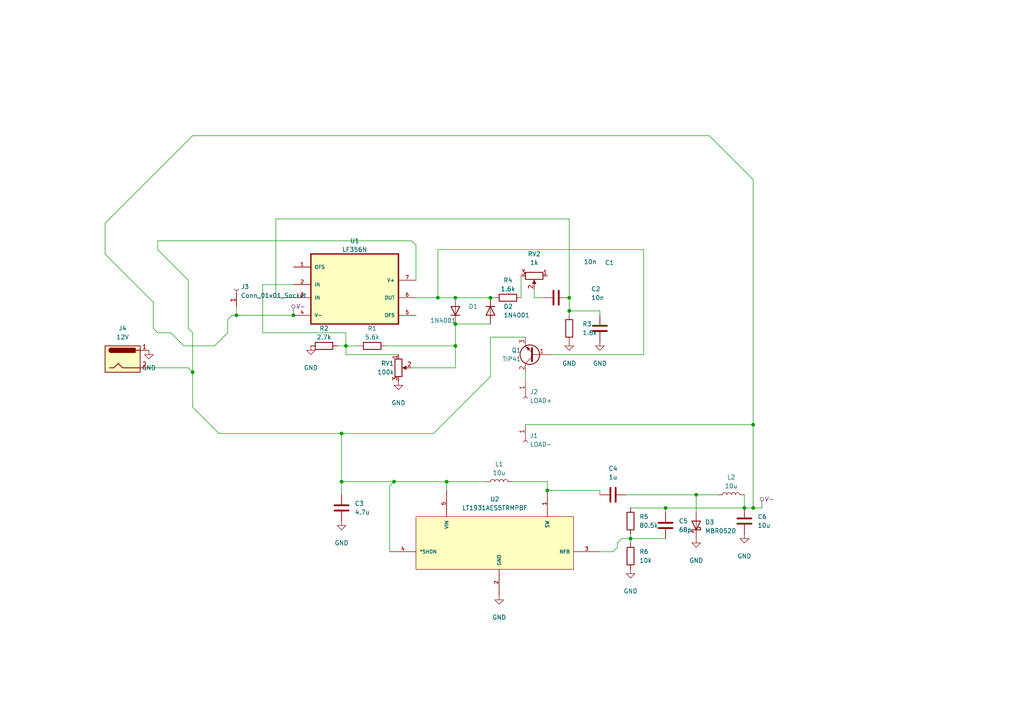
<source format=kicad_sch>
(kicad_sch
	(version 20231120)
	(generator "eeschema")
	(generator_version "8.0")
	(uuid "4e6ec127-0599-4b9a-8bff-bab45d6bf7df")
	(paper "A4")
	(lib_symbols
		(symbol "Connector:Barrel_Jack"
			(pin_names
				(offset 1.016)
			)
			(exclude_from_sim no)
			(in_bom yes)
			(on_board yes)
			(property "Reference" "J"
				(at 0 5.334 0)
				(effects
					(font
						(size 1.27 1.27)
					)
				)
			)
			(property "Value" "Barrel_Jack"
				(at 0 -5.08 0)
				(effects
					(font
						(size 1.27 1.27)
					)
				)
			)
			(property "Footprint" ""
				(at 1.27 -1.016 0)
				(effects
					(font
						(size 1.27 1.27)
					)
					(hide yes)
				)
			)
			(property "Datasheet" "~"
				(at 1.27 -1.016 0)
				(effects
					(font
						(size 1.27 1.27)
					)
					(hide yes)
				)
			)
			(property "Description" "DC Barrel Jack"
				(at 0 0 0)
				(effects
					(font
						(size 1.27 1.27)
					)
					(hide yes)
				)
			)
			(property "ki_keywords" "DC power barrel jack connector"
				(at 0 0 0)
				(effects
					(font
						(size 1.27 1.27)
					)
					(hide yes)
				)
			)
			(property "ki_fp_filters" "BarrelJack*"
				(at 0 0 0)
				(effects
					(font
						(size 1.27 1.27)
					)
					(hide yes)
				)
			)
			(symbol "Barrel_Jack_0_1"
				(rectangle
					(start -5.08 3.81)
					(end 5.08 -3.81)
					(stroke
						(width 0.254)
						(type default)
					)
					(fill
						(type background)
					)
				)
				(arc
					(start -3.302 3.175)
					(mid -3.9343 2.54)
					(end -3.302 1.905)
					(stroke
						(width 0.254)
						(type default)
					)
					(fill
						(type none)
					)
				)
				(arc
					(start -3.302 3.175)
					(mid -3.9343 2.54)
					(end -3.302 1.905)
					(stroke
						(width 0.254)
						(type default)
					)
					(fill
						(type outline)
					)
				)
				(polyline
					(pts
						(xy 5.08 2.54) (xy 3.81 2.54)
					)
					(stroke
						(width 0.254)
						(type default)
					)
					(fill
						(type none)
					)
				)
				(polyline
					(pts
						(xy -3.81 -2.54) (xy -2.54 -2.54) (xy -1.27 -1.27) (xy 0 -2.54) (xy 2.54 -2.54) (xy 5.08 -2.54)
					)
					(stroke
						(width 0.254)
						(type default)
					)
					(fill
						(type none)
					)
				)
				(rectangle
					(start 3.683 3.175)
					(end -3.302 1.905)
					(stroke
						(width 0.254)
						(type default)
					)
					(fill
						(type outline)
					)
				)
			)
			(symbol "Barrel_Jack_1_1"
				(pin passive line
					(at 7.62 2.54 180)
					(length 2.54)
					(name "~"
						(effects
							(font
								(size 1.27 1.27)
							)
						)
					)
					(number "1"
						(effects
							(font
								(size 1.27 1.27)
							)
						)
					)
				)
				(pin passive line
					(at 7.62 -2.54 180)
					(length 2.54)
					(name "~"
						(effects
							(font
								(size 1.27 1.27)
							)
						)
					)
					(number "2"
						(effects
							(font
								(size 1.27 1.27)
							)
						)
					)
				)
			)
		)
		(symbol "Connector:Conn_01x01_Socket"
			(pin_names
				(offset 1.016) hide)
			(exclude_from_sim no)
			(in_bom yes)
			(on_board yes)
			(property "Reference" "J"
				(at 0 2.54 0)
				(effects
					(font
						(size 1.27 1.27)
					)
				)
			)
			(property "Value" "Conn_01x01_Socket"
				(at 0 -2.54 0)
				(effects
					(font
						(size 1.27 1.27)
					)
				)
			)
			(property "Footprint" ""
				(at 0 0 0)
				(effects
					(font
						(size 1.27 1.27)
					)
					(hide yes)
				)
			)
			(property "Datasheet" "~"
				(at 0 0 0)
				(effects
					(font
						(size 1.27 1.27)
					)
					(hide yes)
				)
			)
			(property "Description" "Generic connector, single row, 01x01, script generated"
				(at 0 0 0)
				(effects
					(font
						(size 1.27 1.27)
					)
					(hide yes)
				)
			)
			(property "ki_locked" ""
				(at 0 0 0)
				(effects
					(font
						(size 1.27 1.27)
					)
				)
			)
			(property "ki_keywords" "connector"
				(at 0 0 0)
				(effects
					(font
						(size 1.27 1.27)
					)
					(hide yes)
				)
			)
			(property "ki_fp_filters" "Connector*:*_1x??_*"
				(at 0 0 0)
				(effects
					(font
						(size 1.27 1.27)
					)
					(hide yes)
				)
			)
			(symbol "Conn_01x01_Socket_1_1"
				(polyline
					(pts
						(xy -1.27 0) (xy -0.508 0)
					)
					(stroke
						(width 0.1524)
						(type default)
					)
					(fill
						(type none)
					)
				)
				(arc
					(start 0 0.508)
					(mid -0.5058 0)
					(end 0 -0.508)
					(stroke
						(width 0.1524)
						(type default)
					)
					(fill
						(type none)
					)
				)
				(pin passive line
					(at -5.08 0 0)
					(length 3.81)
					(name "Pin_1"
						(effects
							(font
								(size 1.27 1.27)
							)
						)
					)
					(number "1"
						(effects
							(font
								(size 1.27 1.27)
							)
						)
					)
				)
			)
		)
		(symbol "Device:C"
			(pin_numbers hide)
			(pin_names
				(offset 0.254)
			)
			(exclude_from_sim no)
			(in_bom yes)
			(on_board yes)
			(property "Reference" "C"
				(at 0.635 2.54 0)
				(effects
					(font
						(size 1.27 1.27)
					)
					(justify left)
				)
			)
			(property "Value" "C"
				(at 0.635 -2.54 0)
				(effects
					(font
						(size 1.27 1.27)
					)
					(justify left)
				)
			)
			(property "Footprint" ""
				(at 0.9652 -3.81 0)
				(effects
					(font
						(size 1.27 1.27)
					)
					(hide yes)
				)
			)
			(property "Datasheet" "~"
				(at 0 0 0)
				(effects
					(font
						(size 1.27 1.27)
					)
					(hide yes)
				)
			)
			(property "Description" "Unpolarized capacitor"
				(at 0 0 0)
				(effects
					(font
						(size 1.27 1.27)
					)
					(hide yes)
				)
			)
			(property "ki_keywords" "cap capacitor"
				(at 0 0 0)
				(effects
					(font
						(size 1.27 1.27)
					)
					(hide yes)
				)
			)
			(property "ki_fp_filters" "C_*"
				(at 0 0 0)
				(effects
					(font
						(size 1.27 1.27)
					)
					(hide yes)
				)
			)
			(symbol "C_0_1"
				(polyline
					(pts
						(xy -2.032 -0.762) (xy 2.032 -0.762)
					)
					(stroke
						(width 0.508)
						(type default)
					)
					(fill
						(type none)
					)
				)
				(polyline
					(pts
						(xy -2.032 0.762) (xy 2.032 0.762)
					)
					(stroke
						(width 0.508)
						(type default)
					)
					(fill
						(type none)
					)
				)
			)
			(symbol "C_1_1"
				(pin passive line
					(at 0 3.81 270)
					(length 2.794)
					(name "~"
						(effects
							(font
								(size 1.27 1.27)
							)
						)
					)
					(number "1"
						(effects
							(font
								(size 1.27 1.27)
							)
						)
					)
				)
				(pin passive line
					(at 0 -3.81 90)
					(length 2.794)
					(name "~"
						(effects
							(font
								(size 1.27 1.27)
							)
						)
					)
					(number "2"
						(effects
							(font
								(size 1.27 1.27)
							)
						)
					)
				)
			)
		)
		(symbol "Device:D"
			(pin_numbers hide)
			(pin_names
				(offset 1.016) hide)
			(exclude_from_sim no)
			(in_bom yes)
			(on_board yes)
			(property "Reference" "D"
				(at 0 2.54 0)
				(effects
					(font
						(size 1.27 1.27)
					)
				)
			)
			(property "Value" "D"
				(at 0 -2.54 0)
				(effects
					(font
						(size 1.27 1.27)
					)
				)
			)
			(property "Footprint" ""
				(at 0 0 0)
				(effects
					(font
						(size 1.27 1.27)
					)
					(hide yes)
				)
			)
			(property "Datasheet" "~"
				(at 0 0 0)
				(effects
					(font
						(size 1.27 1.27)
					)
					(hide yes)
				)
			)
			(property "Description" "Diode"
				(at 0 0 0)
				(effects
					(font
						(size 1.27 1.27)
					)
					(hide yes)
				)
			)
			(property "Sim.Device" "D"
				(at 0 0 0)
				(effects
					(font
						(size 1.27 1.27)
					)
					(hide yes)
				)
			)
			(property "Sim.Pins" "1=K 2=A"
				(at 0 0 0)
				(effects
					(font
						(size 1.27 1.27)
					)
					(hide yes)
				)
			)
			(property "ki_keywords" "diode"
				(at 0 0 0)
				(effects
					(font
						(size 1.27 1.27)
					)
					(hide yes)
				)
			)
			(property "ki_fp_filters" "TO-???* *_Diode_* *SingleDiode* D_*"
				(at 0 0 0)
				(effects
					(font
						(size 1.27 1.27)
					)
					(hide yes)
				)
			)
			(symbol "D_0_1"
				(polyline
					(pts
						(xy -1.27 1.27) (xy -1.27 -1.27)
					)
					(stroke
						(width 0.254)
						(type default)
					)
					(fill
						(type none)
					)
				)
				(polyline
					(pts
						(xy 1.27 0) (xy -1.27 0)
					)
					(stroke
						(width 0)
						(type default)
					)
					(fill
						(type none)
					)
				)
				(polyline
					(pts
						(xy 1.27 1.27) (xy 1.27 -1.27) (xy -1.27 0) (xy 1.27 1.27)
					)
					(stroke
						(width 0.254)
						(type default)
					)
					(fill
						(type none)
					)
				)
			)
			(symbol "D_1_1"
				(pin passive line
					(at -3.81 0 0)
					(length 2.54)
					(name "K"
						(effects
							(font
								(size 1.27 1.27)
							)
						)
					)
					(number "1"
						(effects
							(font
								(size 1.27 1.27)
							)
						)
					)
				)
				(pin passive line
					(at 3.81 0 180)
					(length 2.54)
					(name "A"
						(effects
							(font
								(size 1.27 1.27)
							)
						)
					)
					(number "2"
						(effects
							(font
								(size 1.27 1.27)
							)
						)
					)
				)
			)
		)
		(symbol "Device:L"
			(pin_numbers hide)
			(pin_names
				(offset 1.016) hide)
			(exclude_from_sim no)
			(in_bom yes)
			(on_board yes)
			(property "Reference" "L"
				(at -1.27 0 90)
				(effects
					(font
						(size 1.27 1.27)
					)
				)
			)
			(property "Value" "L"
				(at 1.905 0 90)
				(effects
					(font
						(size 1.27 1.27)
					)
				)
			)
			(property "Footprint" ""
				(at 0 0 0)
				(effects
					(font
						(size 1.27 1.27)
					)
					(hide yes)
				)
			)
			(property "Datasheet" "~"
				(at 0 0 0)
				(effects
					(font
						(size 1.27 1.27)
					)
					(hide yes)
				)
			)
			(property "Description" "Inductor"
				(at 0 0 0)
				(effects
					(font
						(size 1.27 1.27)
					)
					(hide yes)
				)
			)
			(property "ki_keywords" "inductor choke coil reactor magnetic"
				(at 0 0 0)
				(effects
					(font
						(size 1.27 1.27)
					)
					(hide yes)
				)
			)
			(property "ki_fp_filters" "Choke_* *Coil* Inductor_* L_*"
				(at 0 0 0)
				(effects
					(font
						(size 1.27 1.27)
					)
					(hide yes)
				)
			)
			(symbol "L_0_1"
				(arc
					(start 0 -2.54)
					(mid 0.6323 -1.905)
					(end 0 -1.27)
					(stroke
						(width 0)
						(type default)
					)
					(fill
						(type none)
					)
				)
				(arc
					(start 0 -1.27)
					(mid 0.6323 -0.635)
					(end 0 0)
					(stroke
						(width 0)
						(type default)
					)
					(fill
						(type none)
					)
				)
				(arc
					(start 0 0)
					(mid 0.6323 0.635)
					(end 0 1.27)
					(stroke
						(width 0)
						(type default)
					)
					(fill
						(type none)
					)
				)
				(arc
					(start 0 1.27)
					(mid 0.6323 1.905)
					(end 0 2.54)
					(stroke
						(width 0)
						(type default)
					)
					(fill
						(type none)
					)
				)
			)
			(symbol "L_1_1"
				(pin passive line
					(at 0 3.81 270)
					(length 1.27)
					(name "1"
						(effects
							(font
								(size 1.27 1.27)
							)
						)
					)
					(number "1"
						(effects
							(font
								(size 1.27 1.27)
							)
						)
					)
				)
				(pin passive line
					(at 0 -3.81 90)
					(length 1.27)
					(name "2"
						(effects
							(font
								(size 1.27 1.27)
							)
						)
					)
					(number "2"
						(effects
							(font
								(size 1.27 1.27)
							)
						)
					)
				)
			)
		)
		(symbol "Device:R"
			(pin_numbers hide)
			(pin_names
				(offset 0)
			)
			(exclude_from_sim no)
			(in_bom yes)
			(on_board yes)
			(property "Reference" "R"
				(at 2.032 0 90)
				(effects
					(font
						(size 1.27 1.27)
					)
				)
			)
			(property "Value" "R"
				(at 0 0 90)
				(effects
					(font
						(size 1.27 1.27)
					)
				)
			)
			(property "Footprint" ""
				(at -1.778 0 90)
				(effects
					(font
						(size 1.27 1.27)
					)
					(hide yes)
				)
			)
			(property "Datasheet" "~"
				(at 0 0 0)
				(effects
					(font
						(size 1.27 1.27)
					)
					(hide yes)
				)
			)
			(property "Description" "Resistor"
				(at 0 0 0)
				(effects
					(font
						(size 1.27 1.27)
					)
					(hide yes)
				)
			)
			(property "ki_keywords" "R res resistor"
				(at 0 0 0)
				(effects
					(font
						(size 1.27 1.27)
					)
					(hide yes)
				)
			)
			(property "ki_fp_filters" "R_*"
				(at 0 0 0)
				(effects
					(font
						(size 1.27 1.27)
					)
					(hide yes)
				)
			)
			(symbol "R_0_1"
				(rectangle
					(start -1.016 -2.54)
					(end 1.016 2.54)
					(stroke
						(width 0.254)
						(type default)
					)
					(fill
						(type none)
					)
				)
			)
			(symbol "R_1_1"
				(pin passive line
					(at 0 3.81 270)
					(length 1.27)
					(name "~"
						(effects
							(font
								(size 1.27 1.27)
							)
						)
					)
					(number "1"
						(effects
							(font
								(size 1.27 1.27)
							)
						)
					)
				)
				(pin passive line
					(at 0 -3.81 90)
					(length 1.27)
					(name "~"
						(effects
							(font
								(size 1.27 1.27)
							)
						)
					)
					(number "2"
						(effects
							(font
								(size 1.27 1.27)
							)
						)
					)
				)
			)
		)
		(symbol "Device:R_Potentiometer"
			(pin_names
				(offset 1.016) hide)
			(exclude_from_sim no)
			(in_bom yes)
			(on_board yes)
			(property "Reference" "RV"
				(at -4.445 0 90)
				(effects
					(font
						(size 1.27 1.27)
					)
				)
			)
			(property "Value" "R_Potentiometer"
				(at -2.54 0 90)
				(effects
					(font
						(size 1.27 1.27)
					)
				)
			)
			(property "Footprint" ""
				(at 0 0 0)
				(effects
					(font
						(size 1.27 1.27)
					)
					(hide yes)
				)
			)
			(property "Datasheet" "~"
				(at 0 0 0)
				(effects
					(font
						(size 1.27 1.27)
					)
					(hide yes)
				)
			)
			(property "Description" "Potentiometer"
				(at 0 0 0)
				(effects
					(font
						(size 1.27 1.27)
					)
					(hide yes)
				)
			)
			(property "ki_keywords" "resistor variable"
				(at 0 0 0)
				(effects
					(font
						(size 1.27 1.27)
					)
					(hide yes)
				)
			)
			(property "ki_fp_filters" "Potentiometer*"
				(at 0 0 0)
				(effects
					(font
						(size 1.27 1.27)
					)
					(hide yes)
				)
			)
			(symbol "R_Potentiometer_0_1"
				(polyline
					(pts
						(xy 2.54 0) (xy 1.524 0)
					)
					(stroke
						(width 0)
						(type default)
					)
					(fill
						(type none)
					)
				)
				(polyline
					(pts
						(xy 1.143 0) (xy 2.286 0.508) (xy 2.286 -0.508) (xy 1.143 0)
					)
					(stroke
						(width 0)
						(type default)
					)
					(fill
						(type outline)
					)
				)
				(rectangle
					(start 1.016 2.54)
					(end -1.016 -2.54)
					(stroke
						(width 0.254)
						(type default)
					)
					(fill
						(type none)
					)
				)
			)
			(symbol "R_Potentiometer_1_1"
				(pin passive line
					(at 0 3.81 270)
					(length 1.27)
					(name "1"
						(effects
							(font
								(size 1.27 1.27)
							)
						)
					)
					(number "1"
						(effects
							(font
								(size 1.27 1.27)
							)
						)
					)
				)
				(pin passive line
					(at 3.81 0 180)
					(length 1.27)
					(name "2"
						(effects
							(font
								(size 1.27 1.27)
							)
						)
					)
					(number "2"
						(effects
							(font
								(size 1.27 1.27)
							)
						)
					)
				)
				(pin passive line
					(at 0 -3.81 90)
					(length 1.27)
					(name "3"
						(effects
							(font
								(size 1.27 1.27)
							)
						)
					)
					(number "3"
						(effects
							(font
								(size 1.27 1.27)
							)
						)
					)
				)
			)
		)
		(symbol "Diode:MBR0520"
			(pin_numbers hide)
			(pin_names
				(offset 1.016) hide)
			(exclude_from_sim no)
			(in_bom yes)
			(on_board yes)
			(property "Reference" "D"
				(at 0 2.54 0)
				(effects
					(font
						(size 1.27 1.27)
					)
				)
			)
			(property "Value" "MBR0520"
				(at 0 -2.54 0)
				(effects
					(font
						(size 1.27 1.27)
					)
				)
			)
			(property "Footprint" "Diode_SMD:D_SOD-123"
				(at 0 -4.445 0)
				(effects
					(font
						(size 1.27 1.27)
					)
					(hide yes)
				)
			)
			(property "Datasheet" "http://www.mccsemi.com/up_pdf/MBR0520~MBR0580(SOD123).pdf"
				(at 0 0 0)
				(effects
					(font
						(size 1.27 1.27)
					)
					(hide yes)
				)
			)
			(property "Description" "20V 0.5A Schottky Power Rectifier Diode, SOD-123"
				(at 0 0 0)
				(effects
					(font
						(size 1.27 1.27)
					)
					(hide yes)
				)
			)
			(property "ki_keywords" "diode Schottky"
				(at 0 0 0)
				(effects
					(font
						(size 1.27 1.27)
					)
					(hide yes)
				)
			)
			(property "ki_fp_filters" "D*SOD?123*"
				(at 0 0 0)
				(effects
					(font
						(size 1.27 1.27)
					)
					(hide yes)
				)
			)
			(symbol "MBR0520_0_1"
				(polyline
					(pts
						(xy 1.27 0) (xy -1.27 0)
					)
					(stroke
						(width 0)
						(type default)
					)
					(fill
						(type none)
					)
				)
				(polyline
					(pts
						(xy 1.27 1.27) (xy 1.27 -1.27) (xy -1.27 0) (xy 1.27 1.27)
					)
					(stroke
						(width 0.254)
						(type default)
					)
					(fill
						(type none)
					)
				)
				(polyline
					(pts
						(xy -1.905 0.635) (xy -1.905 1.27) (xy -1.27 1.27) (xy -1.27 -1.27) (xy -0.635 -1.27) (xy -0.635 -0.635)
					)
					(stroke
						(width 0.254)
						(type default)
					)
					(fill
						(type none)
					)
				)
			)
			(symbol "MBR0520_1_1"
				(pin passive line
					(at -3.81 0 0)
					(length 2.54)
					(name "K"
						(effects
							(font
								(size 1.27 1.27)
							)
						)
					)
					(number "1"
						(effects
							(font
								(size 1.27 1.27)
							)
						)
					)
				)
				(pin passive line
					(at 3.81 0 180)
					(length 2.54)
					(name "A"
						(effects
							(font
								(size 1.27 1.27)
							)
						)
					)
					(number "2"
						(effects
							(font
								(size 1.27 1.27)
							)
						)
					)
				)
			)
		)
		(symbol "LF356N:LF356N"
			(pin_names
				(offset 1.016)
			)
			(exclude_from_sim no)
			(in_bom yes)
			(on_board yes)
			(property "Reference" "U"
				(at -12.7 11.16 0)
				(effects
					(font
						(size 1.27 1.27)
					)
					(justify left bottom)
				)
			)
			(property "Value" "LF356N"
				(at -12.7 -14.16 0)
				(effects
					(font
						(size 1.27 1.27)
					)
					(justify left bottom)
				)
			)
			(property "Footprint" "LF356N:DIP794W45P254L959H508Q8"
				(at 0 0 0)
				(effects
					(font
						(size 1.27 1.27)
					)
					(justify bottom)
					(hide yes)
				)
			)
			(property "Datasheet" ""
				(at 0 0 0)
				(effects
					(font
						(size 1.27 1.27)
					)
					(hide yes)
				)
			)
			(property "Description" ""
				(at 0 0 0)
				(effects
					(font
						(size 1.27 1.27)
					)
					(hide yes)
				)
			)
			(property "MF" "Texas Instruments"
				(at 0 0 0)
				(effects
					(font
						(size 1.27 1.27)
					)
					(justify bottom)
					(hide yes)
				)
			)
			(property "Description_1" "\n                        \n                            Operational Amplifiers - Op Amps JFET Input Operational Amplifiers 8-PDIP 0 to 70\n                        \n"
				(at 0 0 0)
				(effects
					(font
						(size 1.27 1.27)
					)
					(justify bottom)
					(hide yes)
				)
			)
			(property "Package" "PDIP-8 Microchip"
				(at 0 0 0)
				(effects
					(font
						(size 1.27 1.27)
					)
					(justify bottom)
					(hide yes)
				)
			)
			(property "Price" "None"
				(at 0 0 0)
				(effects
					(font
						(size 1.27 1.27)
					)
					(justify bottom)
					(hide yes)
				)
			)
			(property "SnapEDA_Link" "https://www.snapeda.com/parts/LF356N/Texas+Instruments/view-part/?ref=snap"
				(at 0 0 0)
				(effects
					(font
						(size 1.27 1.27)
					)
					(justify bottom)
					(hide yes)
				)
			)
			(property "MP" "LF356N"
				(at 0 0 0)
				(effects
					(font
						(size 1.27 1.27)
					)
					(justify bottom)
					(hide yes)
				)
			)
			(property "Availability" "In Stock"
				(at 0 0 0)
				(effects
					(font
						(size 1.27 1.27)
					)
					(justify bottom)
					(hide yes)
				)
			)
			(property "Check_prices" "https://www.snapeda.com/parts/LF356N/Texas+Instruments/view-part/?ref=eda"
				(at 0 0 0)
				(effects
					(font
						(size 1.27 1.27)
					)
					(justify bottom)
					(hide yes)
				)
			)
			(symbol "LF356N_0_0"
				(rectangle
					(start -12.7 -10.16)
					(end 12.7 10.16)
					(stroke
						(width 0.41)
						(type default)
					)
					(fill
						(type background)
					)
				)
				(pin bidirectional line
					(at -17.78 6.35 0)
					(length 5.08)
					(name "OFS"
						(effects
							(font
								(size 1.016 1.016)
							)
						)
					)
					(number "1"
						(effects
							(font
								(size 1.016 1.016)
							)
						)
					)
				)
				(pin input line
					(at -17.78 1.27 0)
					(length 5.08)
					(name "IN"
						(effects
							(font
								(size 1.016 1.016)
							)
						)
					)
					(number "2"
						(effects
							(font
								(size 1.016 1.016)
							)
						)
					)
				)
				(pin input line
					(at -17.78 -2.54 0)
					(length 5.08)
					(name "IN"
						(effects
							(font
								(size 1.016 1.016)
							)
						)
					)
					(number "3"
						(effects
							(font
								(size 1.016 1.016)
							)
						)
					)
				)
				(pin power_in line
					(at -17.78 -7.62 0)
					(length 5.08)
					(name "V-"
						(effects
							(font
								(size 1.016 1.016)
							)
						)
					)
					(number "4"
						(effects
							(font
								(size 1.016 1.016)
							)
						)
					)
				)
				(pin bidirectional line
					(at 17.78 -7.62 180)
					(length 5.08)
					(name "OFS"
						(effects
							(font
								(size 1.016 1.016)
							)
						)
					)
					(number "5"
						(effects
							(font
								(size 1.016 1.016)
							)
						)
					)
				)
				(pin output line
					(at 17.78 -2.54 180)
					(length 5.08)
					(name "OUT"
						(effects
							(font
								(size 1.016 1.016)
							)
						)
					)
					(number "6"
						(effects
							(font
								(size 1.016 1.016)
							)
						)
					)
				)
				(pin power_in line
					(at 17.78 2.54 180)
					(length 5.08)
					(name "V+"
						(effects
							(font
								(size 1.016 1.016)
							)
						)
					)
					(number "7"
						(effects
							(font
								(size 1.016 1.016)
							)
						)
					)
				)
			)
		)
		(symbol "LT1931AES5TRMPBF:LT1931AES5TRMPBF"
			(pin_names
				(offset 1.016)
			)
			(exclude_from_sim no)
			(in_bom yes)
			(on_board yes)
			(property "Reference" "U2"
				(at 30.48 10.16 0)
				(effects
					(font
						(size 1.27 1.27)
					)
				)
			)
			(property "Value" "LT1931AES5TRMPBF"
				(at 30.48 7.62 0)
				(effects
					(font
						(size 1.27 1.27)
					)
				)
			)
			(property "Footprint" "LT1931AES5TRMPBF:SOT-5_S"
				(at 46.736 -27.178 0)
				(effects
					(font
						(size 1.27 1.27)
					)
					(justify bottom)
					(hide yes)
				)
			)
			(property "Datasheet" ""
				(at 0 0 0)
				(effects
					(font
						(size 1.27 1.27)
					)
					(hide yes)
				)
			)
			(property "Description" ""
				(at 0 0 0)
				(effects
					(font
						(size 1.27 1.27)
					)
					(hide yes)
				)
			)
			(property "DIGIKEY_PART_NUMBER" "LT1931AES5#TRMPBFTRND"
				(at 9.652 15.494 0)
				(effects
					(font
						(size 1.27 1.27)
					)
					(justify bottom)
					(hide yes)
				)
			)
			(property "MF" "Analog Devices"
				(at 14.224 18.542 0)
				(effects
					(font
						(size 1.27 1.27)
					)
					(justify bottom)
					(hide yes)
				)
			)
			(property "VENDOR" "Linear Technology"
				(at 14.224 22.098 0)
				(effects
					(font
						(size 1.27 1.27)
					)
					(justify bottom)
					(hide yes)
				)
			)
			(property "Description_1" "\n                        \n                            Cuk Switching Regulator IC Negative Adjustable -1.255V 1 Output 1A (Switch) SOT-23-5 Thin, TSOT-23-5\n                        \n"
				(at 12.7 31.496 0)
				(effects
					(font
						(size 1.27 1.27)
					)
					(justify bottom)
					(hide yes)
				)
			)
			(property "COPYRIGHT" "Copyright C 2016 Accelerated Designs. All rights reserved"
				(at 7.62 26.162 0)
				(effects
					(font
						(size 1.27 1.27)
					)
					(justify bottom)
					(hide yes)
				)
			)
			(property "Package" "SOT-5 Analog Devices"
				(at 39.624 -14.986 0)
				(effects
					(font
						(size 1.27 1.27)
					)
					(justify bottom)
					(hide yes)
				)
			)
			(property "Price" "None"
				(at 1.524 -23.368 0)
				(effects
					(font
						(size 1.27 1.27)
					)
					(justify bottom)
					(hide yes)
				)
			)
			(property "Check_prices" "https://www.snapeda.com/parts/LT1931AES5%23TRMPBF/Analog+Devices/view-part/?ref=eda"
				(at 9.144 12.446 0)
				(effects
					(font
						(size 1.27 1.27)
					)
					(justify bottom)
					(hide yes)
				)
			)
			(property "SnapEDA_Link" "https://www.snapeda.com/parts/LT1931AES5%23TRMPBF/Analog+Devices/view-part/?ref=snap"
				(at 18.542 -20.066 0)
				(effects
					(font
						(size 1.27 1.27)
					)
					(justify bottom)
					(hide yes)
				)
			)
			(property "MP" "LT1931AES5#TRMPBF"
				(at 9.144 -16.256 0)
				(effects
					(font
						(size 1.27 1.27)
					)
					(justify bottom)
					(hide yes)
				)
			)
			(property "Availability" "In Stock"
				(at 10.668 -25.908 0)
				(effects
					(font
						(size 1.27 1.27)
					)
					(justify bottom)
					(hide yes)
				)
			)
			(property "MANUFACTURER_PART_NUMBER" "LT1931AES5#TRMPBF"
				(at 27.686 -24.13 0)
				(effects
					(font
						(size 1.27 1.27)
					)
					(justify bottom)
					(hide yes)
				)
			)
			(symbol "LT1931AES5TRMPBF_0_0"
				(rectangle
					(start 7.62 -10.16)
					(end 53.34 5.08)
					(stroke
						(width 0.1524)
						(type default)
					)
					(fill
						(type background)
					)
				)
				(pin passive line
					(at 45.72 12.7 270)
					(length 7.62)
					(name "SW"
						(effects
							(font
								(size 1.016 1.016)
							)
						)
					)
					(number "1"
						(effects
							(font
								(size 1.016 1.016)
							)
						)
					)
				)
				(pin power_in line
					(at 31.75 -17.78 90)
					(length 7.62)
					(name "GND"
						(effects
							(font
								(size 1.016 1.016)
							)
						)
					)
					(number "2"
						(effects
							(font
								(size 1.016 1.016)
							)
						)
					)
				)
				(pin input line
					(at 60.96 -5.08 180)
					(length 7.62)
					(name "NFB"
						(effects
							(font
								(size 1.016 1.016)
							)
						)
					)
					(number "3"
						(effects
							(font
								(size 1.016 1.016)
							)
						)
					)
				)
				(pin input line
					(at 0 -5.08 0)
					(length 7.62)
					(name "*SHDN"
						(effects
							(font
								(size 1.016 1.016)
							)
						)
					)
					(number "4"
						(effects
							(font
								(size 1.016 1.016)
							)
						)
					)
				)
				(pin power_in line
					(at 16.51 12.7 270)
					(length 7.62)
					(name "VIN"
						(effects
							(font
								(size 1.016 1.016)
							)
						)
					)
					(number "5"
						(effects
							(font
								(size 1.016 1.016)
							)
						)
					)
				)
			)
		)
		(symbol "Transistor_BJT:TIP41"
			(pin_names
				(offset 0) hide)
			(exclude_from_sim no)
			(in_bom yes)
			(on_board yes)
			(property "Reference" "Q"
				(at 6.35 1.905 0)
				(effects
					(font
						(size 1.27 1.27)
					)
					(justify left)
				)
			)
			(property "Value" "TIP41"
				(at 6.35 0 0)
				(effects
					(font
						(size 1.27 1.27)
					)
					(justify left)
				)
			)
			(property "Footprint" "Package_TO_SOT_THT:TO-220-3_Vertical"
				(at 6.35 -1.905 0)
				(effects
					(font
						(size 1.27 1.27)
						(italic yes)
					)
					(justify left)
					(hide yes)
				)
			)
			(property "Datasheet" "https://www.centralsemi.com/get_document.php?cmp=1&mergetype=pd&mergepath=pd&pdf_id=tip41.PDF"
				(at 0 0 0)
				(effects
					(font
						(size 1.27 1.27)
					)
					(justify left)
					(hide yes)
				)
			)
			(property "Description" "6A Ic, 40V Vce, Power NPN Transistor, TO-220"
				(at 0 0 0)
				(effects
					(font
						(size 1.27 1.27)
					)
					(hide yes)
				)
			)
			(property "ki_keywords" "power NPN Transistor"
				(at 0 0 0)
				(effects
					(font
						(size 1.27 1.27)
					)
					(hide yes)
				)
			)
			(property "ki_fp_filters" "TO?220*"
				(at 0 0 0)
				(effects
					(font
						(size 1.27 1.27)
					)
					(hide yes)
				)
			)
			(symbol "TIP41_0_1"
				(polyline
					(pts
						(xy 0.635 0.635) (xy 2.54 2.54)
					)
					(stroke
						(width 0)
						(type default)
					)
					(fill
						(type none)
					)
				)
				(polyline
					(pts
						(xy 0.635 -0.635) (xy 2.54 -2.54) (xy 2.54 -2.54)
					)
					(stroke
						(width 0)
						(type default)
					)
					(fill
						(type none)
					)
				)
				(polyline
					(pts
						(xy 0.635 1.905) (xy 0.635 -1.905) (xy 0.635 -1.905)
					)
					(stroke
						(width 0.508)
						(type default)
					)
					(fill
						(type none)
					)
				)
				(polyline
					(pts
						(xy 1.27 -1.778) (xy 1.778 -1.27) (xy 2.286 -2.286) (xy 1.27 -1.778) (xy 1.27 -1.778)
					)
					(stroke
						(width 0)
						(type default)
					)
					(fill
						(type outline)
					)
				)
				(circle
					(center 1.27 0)
					(radius 2.8194)
					(stroke
						(width 0.254)
						(type default)
					)
					(fill
						(type none)
					)
				)
			)
			(symbol "TIP41_1_1"
				(pin input line
					(at -5.08 0 0)
					(length 5.715)
					(name "B"
						(effects
							(font
								(size 1.27 1.27)
							)
						)
					)
					(number "1"
						(effects
							(font
								(size 1.27 1.27)
							)
						)
					)
				)
				(pin passive line
					(at 2.54 5.08 270)
					(length 2.54)
					(name "C"
						(effects
							(font
								(size 1.27 1.27)
							)
						)
					)
					(number "2"
						(effects
							(font
								(size 1.27 1.27)
							)
						)
					)
				)
				(pin passive line
					(at 2.54 -5.08 90)
					(length 2.54)
					(name "E"
						(effects
							(font
								(size 1.27 1.27)
							)
						)
					)
					(number "3"
						(effects
							(font
								(size 1.27 1.27)
							)
						)
					)
				)
			)
		)
		(symbol "power:GND"
			(power)
			(pin_numbers hide)
			(pin_names
				(offset 0) hide)
			(exclude_from_sim no)
			(in_bom yes)
			(on_board yes)
			(property "Reference" "#PWR"
				(at 0 -6.35 0)
				(effects
					(font
						(size 1.27 1.27)
					)
					(hide yes)
				)
			)
			(property "Value" "GND"
				(at 0 -3.81 0)
				(effects
					(font
						(size 1.27 1.27)
					)
				)
			)
			(property "Footprint" ""
				(at 0 0 0)
				(effects
					(font
						(size 1.27 1.27)
					)
					(hide yes)
				)
			)
			(property "Datasheet" ""
				(at 0 0 0)
				(effects
					(font
						(size 1.27 1.27)
					)
					(hide yes)
				)
			)
			(property "Description" "Power symbol creates a global label with name \"GND\" , ground"
				(at 0 0 0)
				(effects
					(font
						(size 1.27 1.27)
					)
					(hide yes)
				)
			)
			(property "ki_keywords" "global power"
				(at 0 0 0)
				(effects
					(font
						(size 1.27 1.27)
					)
					(hide yes)
				)
			)
			(symbol "GND_0_1"
				(polyline
					(pts
						(xy 0 0) (xy 0 -1.27) (xy 1.27 -1.27) (xy 0 -2.54) (xy -1.27 -1.27) (xy 0 -1.27)
					)
					(stroke
						(width 0)
						(type default)
					)
					(fill
						(type none)
					)
				)
			)
			(symbol "GND_1_1"
				(pin power_in line
					(at 0 0 270)
					(length 0)
					(name "~"
						(effects
							(font
								(size 1.27 1.27)
							)
						)
					)
					(number "1"
						(effects
							(font
								(size 1.27 1.27)
							)
						)
					)
				)
			)
		)
	)
	(junction
		(at 165.1 90.17)
		(diameter 0)
		(color 0 0 0 0)
		(uuid "3a303435-b5bd-420c-a2f5-6c601b04f54f")
	)
	(junction
		(at 114.3 139.7)
		(diameter 0)
		(color 0 0 0 0)
		(uuid "3c6da37c-ce73-427f-a966-c06aadc4ccb7")
	)
	(junction
		(at 100.33 100.33)
		(diameter 0)
		(color 0 0 0 0)
		(uuid "4633a76b-a95d-4461-9860-899056e5cefe")
	)
	(junction
		(at 158.75 142.24)
		(diameter 0)
		(color 0 0 0 0)
		(uuid "4789e5ff-9453-491b-b408-32eeaa5b58a7")
	)
	(junction
		(at 165.1 86.36)
		(diameter 0)
		(color 0 0 0 0)
		(uuid "4a90cf35-40ac-4177-af80-45817660ec91")
	)
	(junction
		(at 55.88 107.95)
		(diameter 0)
		(color 0 0 0 0)
		(uuid "4f62c182-a003-4050-90f3-25a38a47315c")
	)
	(junction
		(at 129.54 139.7)
		(diameter 0)
		(color 0 0 0 0)
		(uuid "58da0162-ac76-493b-b0dc-8089650185cc")
	)
	(junction
		(at 99.06 139.7)
		(diameter 0)
		(color 0 0 0 0)
		(uuid "59c2a827-9270-43e3-933d-b48351b8f423")
	)
	(junction
		(at 218.44 147.32)
		(diameter 0)
		(color 0 0 0 0)
		(uuid "7026af4a-0810-4069-8331-b92dae9ee81d")
	)
	(junction
		(at 132.08 86.36)
		(diameter 0)
		(color 0 0 0 0)
		(uuid "73c3c08f-e572-4d32-a380-2a4904c84db7")
	)
	(junction
		(at 99.06 125.73)
		(diameter 0)
		(color 0 0 0 0)
		(uuid "83cfbe71-60ec-423b-8d35-caf500aa4133")
	)
	(junction
		(at 85.09 91.44)
		(diameter 0)
		(color 0 0 0 0)
		(uuid "86fde3d4-d9e0-4042-98e0-c99219b7deb0")
	)
	(junction
		(at 142.24 86.36)
		(diameter 0)
		(color 0 0 0 0)
		(uuid "963604f1-90c3-4f32-8522-8208168739f9")
	)
	(junction
		(at 218.44 123.19)
		(diameter 0)
		(color 0 0 0 0)
		(uuid "9e21e6f0-9981-4426-b8cc-89f82786f4ca")
	)
	(junction
		(at 127 86.36)
		(diameter 0)
		(color 0 0 0 0)
		(uuid "a166865d-70d0-42d2-8e01-e55159cfb893")
	)
	(junction
		(at 201.93 143.51)
		(diameter 0)
		(color 0 0 0 0)
		(uuid "a324a68b-b61b-4de7-bd45-0abb011b439e")
	)
	(junction
		(at 215.9 147.32)
		(diameter 0)
		(color 0 0 0 0)
		(uuid "afd8bd4c-b211-4b7a-90f0-369668d26667")
	)
	(junction
		(at 182.88 156.21)
		(diameter 0)
		(color 0 0 0 0)
		(uuid "c4ec7300-f21c-435c-8ee3-32902c6188e6")
	)
	(junction
		(at 132.08 100.33)
		(diameter 0)
		(color 0 0 0 0)
		(uuid "d600489f-562e-4585-ab86-e1f94f5a10d8")
	)
	(junction
		(at 68.58 91.44)
		(diameter 0)
		(color 0 0 0 0)
		(uuid "d82645b7-7e68-4c88-8912-15ac9aee8be2")
	)
	(junction
		(at 193.04 147.32)
		(diameter 0)
		(color 0 0 0 0)
		(uuid "eb0518b3-6f55-490a-846f-1453265f11c6")
	)
	(junction
		(at 132.08 93.98)
		(diameter 0)
		(color 0 0 0 0)
		(uuid "f37209fd-d677-4e49-b1da-5fef48dab9e4")
	)
	(wire
		(pts
			(xy 55.88 96.52) (xy 55.88 107.95)
		)
		(stroke
			(width 0)
			(type default)
		)
		(uuid "0023ac2a-43e4-497d-b641-f1087714c03a")
	)
	(wire
		(pts
			(xy 158.75 142.24) (xy 173.99 142.24)
		)
		(stroke
			(width 0)
			(type default)
		)
		(uuid "01482a31-a6e1-4ca4-90bd-472bfa05e03e")
	)
	(wire
		(pts
			(xy 67.31 91.44) (xy 66.04 92.71)
		)
		(stroke
			(width 0)
			(type default)
		)
		(uuid "031026ef-cf8f-487d-a795-f34b4e46ebd8")
	)
	(wire
		(pts
			(xy 85.09 91.44) (xy 68.58 91.44)
		)
		(stroke
			(width 0)
			(type default)
		)
		(uuid "04477032-5feb-4360-8908-4d5bf107cad5")
	)
	(wire
		(pts
			(xy 99.06 139.7) (xy 114.3 139.7)
		)
		(stroke
			(width 0)
			(type default)
		)
		(uuid "054dc511-9845-4735-bfe6-e029f39af033")
	)
	(wire
		(pts
			(xy 193.04 147.32) (xy 193.04 148.59)
		)
		(stroke
			(width 0)
			(type default)
		)
		(uuid "085d4c34-de35-445d-96d9-9e0c6d04556b")
	)
	(wire
		(pts
			(xy 179.07 157.48) (xy 180.34 156.21)
		)
		(stroke
			(width 0)
			(type default)
		)
		(uuid "08b28026-c2ff-424d-a5a1-f4548bcab5c0")
	)
	(wire
		(pts
			(xy 66.04 92.71) (xy 66.04 96.52)
		)
		(stroke
			(width 0)
			(type default)
		)
		(uuid "0e3a027b-0c51-4112-b007-419b28ce2219")
	)
	(wire
		(pts
			(xy 114.3 139.7) (xy 129.54 139.7)
		)
		(stroke
			(width 0)
			(type default)
		)
		(uuid "0e783cdd-511f-4e6c-8b61-e2518b172345")
	)
	(wire
		(pts
			(xy 45.72 69.85) (xy 119.38 69.85)
		)
		(stroke
			(width 0)
			(type default)
		)
		(uuid "1050b9f3-8c98-435e-a729-ce3eff714293")
	)
	(wire
		(pts
			(xy 205.74 39.37) (xy 55.88 39.37)
		)
		(stroke
			(width 0)
			(type default)
		)
		(uuid "16348252-5ee7-48b6-93c3-8753356845be")
	)
	(wire
		(pts
			(xy 44.45 95.25) (xy 45.72 96.52)
		)
		(stroke
			(width 0)
			(type default)
		)
		(uuid "1d158da2-e991-44ff-9359-11812b09cafd")
	)
	(wire
		(pts
			(xy 63.5 125.73) (xy 99.06 125.73)
		)
		(stroke
			(width 0)
			(type default)
		)
		(uuid "20da200b-4607-4aae-b052-7081a8f46214")
	)
	(wire
		(pts
			(xy 119.38 69.85) (xy 120.65 71.12)
		)
		(stroke
			(width 0)
			(type default)
		)
		(uuid "23cb5e44-c087-4c6b-9d8c-602c752aea92")
	)
	(wire
		(pts
			(xy 165.1 90.17) (xy 173.99 90.17)
		)
		(stroke
			(width 0)
			(type default)
		)
		(uuid "248df78d-39c8-40b9-9523-5b884b59df30")
	)
	(wire
		(pts
			(xy 182.88 156.21) (xy 193.04 156.21)
		)
		(stroke
			(width 0)
			(type default)
		)
		(uuid "2715a47b-7db2-4aba-8ce5-65e7a63eea99")
	)
	(wire
		(pts
			(xy 173.99 160.02) (xy 177.8 160.02)
		)
		(stroke
			(width 0)
			(type default)
		)
		(uuid "2a3f7f35-d58c-45fa-9f4c-6173c4d7481e")
	)
	(wire
		(pts
			(xy 99.06 125.73) (xy 125.73 125.73)
		)
		(stroke
			(width 0)
			(type default)
		)
		(uuid "2d2c6e2b-e569-4b10-9d4c-ed7bd446bdb5")
	)
	(wire
		(pts
			(xy 142.24 86.36) (xy 143.51 86.36)
		)
		(stroke
			(width 0)
			(type default)
		)
		(uuid "2e9ce0a3-f75f-4349-8ed4-fa132762f9ae")
	)
	(wire
		(pts
			(xy 148.59 139.7) (xy 158.75 139.7)
		)
		(stroke
			(width 0)
			(type default)
		)
		(uuid "2f755f46-7efd-4f21-8764-10c2cc18393e")
	)
	(wire
		(pts
			(xy 173.99 90.17) (xy 173.99 91.44)
		)
		(stroke
			(width 0)
			(type default)
		)
		(uuid "32d67488-39c1-4320-9449-f5d44f49223e")
	)
	(wire
		(pts
			(xy 55.88 107.95) (xy 55.88 118.11)
		)
		(stroke
			(width 0)
			(type default)
		)
		(uuid "359e82ae-3654-4131-8b2a-e010e86b2907")
	)
	(wire
		(pts
			(xy 30.48 73.66) (xy 44.45 87.63)
		)
		(stroke
			(width 0)
			(type default)
		)
		(uuid "35dc5c3f-87fe-4e25-8de2-0b14e4432248")
	)
	(wire
		(pts
			(xy 54.61 106.68) (xy 55.88 107.95)
		)
		(stroke
			(width 0)
			(type default)
		)
		(uuid "369b509b-9fd7-4c0f-abbd-269843285bfc")
	)
	(wire
		(pts
			(xy 127 72.39) (xy 127 86.36)
		)
		(stroke
			(width 0)
			(type default)
		)
		(uuid "39e8d735-b731-4d3f-a8e1-de0176b9cab3")
	)
	(wire
		(pts
			(xy 53.34 100.33) (xy 62.23 100.33)
		)
		(stroke
			(width 0)
			(type default)
		)
		(uuid "3e2dff9b-2aea-442a-a56b-56fe3c9aa831")
	)
	(wire
		(pts
			(xy 173.99 142.24) (xy 173.99 143.51)
		)
		(stroke
			(width 0)
			(type default)
		)
		(uuid "4137d86f-e115-43d3-8791-1ad6fa93c0d7")
	)
	(wire
		(pts
			(xy 62.23 100.33) (xy 66.04 96.52)
		)
		(stroke
			(width 0)
			(type default)
		)
		(uuid "417b361b-fd5b-4db9-bf79-6354ebb958dc")
	)
	(wire
		(pts
			(xy 76.2 82.55) (xy 76.2 96.52)
		)
		(stroke
			(width 0)
			(type default)
		)
		(uuid "459a69ff-7423-4fc9-a785-7b2f950b4751")
	)
	(wire
		(pts
			(xy 201.93 143.51) (xy 201.93 148.59)
		)
		(stroke
			(width 0)
			(type default)
		)
		(uuid "4ca8c0e2-8379-4e47-a199-58a76ab349f5")
	)
	(wire
		(pts
			(xy 45.72 72.39) (xy 54.61 81.28)
		)
		(stroke
			(width 0)
			(type default)
		)
		(uuid "4f79cd83-2ea5-46b0-9ddd-297f2951a3ab")
	)
	(wire
		(pts
			(xy 142.24 97.79) (xy 152.4 97.79)
		)
		(stroke
			(width 0)
			(type default)
		)
		(uuid "533b6b41-d99f-4dee-977a-c3a727f07181")
	)
	(wire
		(pts
			(xy 129.54 139.7) (xy 129.54 142.24)
		)
		(stroke
			(width 0)
			(type default)
		)
		(uuid "569a915d-c029-447f-9ec4-d083f588e68b")
	)
	(wire
		(pts
			(xy 132.08 100.33) (xy 132.08 106.68)
		)
		(stroke
			(width 0)
			(type default)
		)
		(uuid "57869c68-9878-4bd7-8dcb-fd6b17f5d879")
	)
	(wire
		(pts
			(xy 44.45 87.63) (xy 44.45 95.25)
		)
		(stroke
			(width 0)
			(type default)
		)
		(uuid "59321621-f2a6-42d9-a7e9-c7c0c3698da7")
	)
	(wire
		(pts
			(xy 182.88 156.21) (xy 182.88 157.48)
		)
		(stroke
			(width 0)
			(type default)
		)
		(uuid "5974e961-16ff-475f-91cb-2df4b40eed72")
	)
	(wire
		(pts
			(xy 111.76 100.33) (xy 132.08 100.33)
		)
		(stroke
			(width 0)
			(type default)
		)
		(uuid "5a83764e-b969-4104-80b4-13f4391b2549")
	)
	(wire
		(pts
			(xy 99.06 139.7) (xy 99.06 143.51)
		)
		(stroke
			(width 0)
			(type default)
		)
		(uuid "5e8837c7-6e9a-48d8-a8fd-492c597e564d")
	)
	(wire
		(pts
			(xy 100.33 100.33) (xy 100.33 102.87)
		)
		(stroke
			(width 0)
			(type default)
		)
		(uuid "5fcd6170-23f0-420c-b2dd-197865b892ce")
	)
	(wire
		(pts
			(xy 154.94 86.36) (xy 157.48 86.36)
		)
		(stroke
			(width 0)
			(type default)
		)
		(uuid "60c433a3-ba3e-4b1f-8258-690d58c85250")
	)
	(wire
		(pts
			(xy 113.03 140.97) (xy 114.3 139.7)
		)
		(stroke
			(width 0)
			(type default)
		)
		(uuid "64ad843f-6a45-4ac1-ae3c-93d798e741db")
	)
	(wire
		(pts
			(xy 100.33 100.33) (xy 104.14 100.33)
		)
		(stroke
			(width 0)
			(type default)
		)
		(uuid "66b62df8-0faa-4f55-bb4c-8999539e17c7")
	)
	(wire
		(pts
			(xy 180.34 156.21) (xy 182.88 156.21)
		)
		(stroke
			(width 0)
			(type default)
		)
		(uuid "67633298-eaf9-4bac-b58a-c5ea77d4b1a0")
	)
	(wire
		(pts
			(xy 30.48 64.77) (xy 30.48 73.66)
		)
		(stroke
			(width 0)
			(type default)
		)
		(uuid "6964d01a-ba97-4e5b-877a-60d122946266")
	)
	(wire
		(pts
			(xy 43.18 106.68) (xy 54.61 106.68)
		)
		(stroke
			(width 0)
			(type default)
		)
		(uuid "6a21b512-6b0a-4b8f-a3db-a4e11cda2359")
	)
	(wire
		(pts
			(xy 55.88 118.11) (xy 63.5 125.73)
		)
		(stroke
			(width 0)
			(type default)
		)
		(uuid "6a6083a6-65c5-4f83-90a5-9edc75067d86")
	)
	(wire
		(pts
			(xy 132.08 86.36) (xy 142.24 86.36)
		)
		(stroke
			(width 0)
			(type default)
		)
		(uuid "7603d2b7-b3b7-43d0-bada-046f52258436")
	)
	(wire
		(pts
			(xy 158.75 139.7) (xy 158.75 142.24)
		)
		(stroke
			(width 0)
			(type default)
		)
		(uuid "761ea22f-9c2f-47b4-bd0e-3a98eddf5667")
	)
	(wire
		(pts
			(xy 142.24 97.79) (xy 142.24 109.22)
		)
		(stroke
			(width 0)
			(type default)
		)
		(uuid "7a8c6802-ec8a-4b89-b781-77dac97a6cd8")
	)
	(wire
		(pts
			(xy 119.38 106.68) (xy 132.08 106.68)
		)
		(stroke
			(width 0)
			(type default)
		)
		(uuid "7b69ecf9-9334-4260-b0c0-8ebb7a253d55")
	)
	(wire
		(pts
			(xy 68.58 88.9) (xy 68.58 91.44)
		)
		(stroke
			(width 0)
			(type default)
		)
		(uuid "7c500968-7add-411d-8e0b-eebe26db8e40")
	)
	(wire
		(pts
			(xy 215.9 147.32) (xy 218.44 147.32)
		)
		(stroke
			(width 0)
			(type default)
		)
		(uuid "7fa3a8c8-39c6-40c3-89cc-ebd4d5c5a53e")
	)
	(wire
		(pts
			(xy 68.58 91.44) (xy 67.31 91.44)
		)
		(stroke
			(width 0)
			(type default)
		)
		(uuid "80d80536-7cde-47a8-b4c6-455094aaeb06")
	)
	(wire
		(pts
			(xy 218.44 52.07) (xy 218.44 123.19)
		)
		(stroke
			(width 0)
			(type default)
		)
		(uuid "8157b34f-6157-4771-aaa8-ef2ac4731199")
	)
	(wire
		(pts
			(xy 165.1 63.5) (xy 165.1 86.36)
		)
		(stroke
			(width 0)
			(type default)
		)
		(uuid "8569ebe4-e5bb-4485-b887-2fc5c1933c18")
	)
	(wire
		(pts
			(xy 80.01 86.36) (xy 85.09 86.36)
		)
		(stroke
			(width 0)
			(type default)
		)
		(uuid "857c753b-1445-41cb-9506-f67f79a673c8")
	)
	(wire
		(pts
			(xy 54.61 95.25) (xy 55.88 96.52)
		)
		(stroke
			(width 0)
			(type default)
		)
		(uuid "85cb8659-90d0-405a-bfad-80210b99af8c")
	)
	(wire
		(pts
			(xy 120.65 71.12) (xy 120.65 81.28)
		)
		(stroke
			(width 0)
			(type default)
		)
		(uuid "876d5695-9c5c-48dc-b943-ab6f14684f54")
	)
	(wire
		(pts
			(xy 165.1 90.17) (xy 165.1 91.44)
		)
		(stroke
			(width 0)
			(type default)
		)
		(uuid "8c2459d9-0f05-4ee0-be08-4d961c328f71")
	)
	(wire
		(pts
			(xy 100.33 102.87) (xy 115.57 102.87)
		)
		(stroke
			(width 0)
			(type default)
		)
		(uuid "8f409615-b720-4db5-a1ec-56001fafd24e")
	)
	(wire
		(pts
			(xy 152.4 123.19) (xy 218.44 123.19)
		)
		(stroke
			(width 0)
			(type default)
		)
		(uuid "8f5d4ba5-9571-42d9-a578-e68ac8b637f8")
	)
	(wire
		(pts
			(xy 113.03 160.02) (xy 113.03 140.97)
		)
		(stroke
			(width 0)
			(type default)
		)
		(uuid "90533db7-b0b2-40ec-8bb4-0c5d651b31ce")
	)
	(wire
		(pts
			(xy 182.88 154.94) (xy 182.88 156.21)
		)
		(stroke
			(width 0)
			(type default)
		)
		(uuid "90d63e86-84e3-46c0-bafd-fde01cb1628e")
	)
	(wire
		(pts
			(xy 160.02 102.87) (xy 186.69 102.87)
		)
		(stroke
			(width 0)
			(type default)
		)
		(uuid "918cb6f6-9f13-4b0c-a1a6-9312016ef24c")
	)
	(wire
		(pts
			(xy 181.61 143.51) (xy 201.93 143.51)
		)
		(stroke
			(width 0)
			(type default)
		)
		(uuid "93297fb4-1f23-4b40-b717-79d69a47f35e")
	)
	(wire
		(pts
			(xy 165.1 86.36) (xy 165.1 90.17)
		)
		(stroke
			(width 0)
			(type default)
		)
		(uuid "94a76391-4596-40ba-9502-e65feba1859b")
	)
	(wire
		(pts
			(xy 151.13 80.01) (xy 151.13 86.36)
		)
		(stroke
			(width 0)
			(type default)
		)
		(uuid "95697460-e58b-4e52-b264-0029eac385a1")
	)
	(wire
		(pts
			(xy 125.73 125.73) (xy 142.24 109.22)
		)
		(stroke
			(width 0)
			(type default)
		)
		(uuid "96bd97e3-c7b6-494a-aab7-932ef73ad911")
	)
	(wire
		(pts
			(xy 186.69 72.39) (xy 186.69 102.87)
		)
		(stroke
			(width 0)
			(type default)
		)
		(uuid "98b498bf-693a-4a4b-96a7-e26b71251012")
	)
	(wire
		(pts
			(xy 45.72 96.52) (xy 49.53 96.52)
		)
		(stroke
			(width 0)
			(type default)
		)
		(uuid "9d13c8f8-a1a9-46e6-9bee-3a55b3c31d88")
	)
	(wire
		(pts
			(xy 132.08 93.98) (xy 142.24 93.98)
		)
		(stroke
			(width 0)
			(type default)
		)
		(uuid "9f0819d8-c8f6-45ba-9287-df37b13c65c9")
	)
	(wire
		(pts
			(xy 193.04 147.32) (xy 215.9 147.32)
		)
		(stroke
			(width 0)
			(type default)
		)
		(uuid "9f4e4819-825e-44e8-9f9d-2eb975362543")
	)
	(wire
		(pts
			(xy 54.61 81.28) (xy 54.61 95.25)
		)
		(stroke
			(width 0)
			(type default)
		)
		(uuid "a01291da-29b9-4ab3-9f1e-178ff60b82ab")
	)
	(wire
		(pts
			(xy 45.72 69.85) (xy 45.72 72.39)
		)
		(stroke
			(width 0)
			(type default)
		)
		(uuid "a01deff4-6469-4f41-bf41-6f8f7ad6a8bb")
	)
	(wire
		(pts
			(xy 80.01 63.5) (xy 165.1 63.5)
		)
		(stroke
			(width 0)
			(type default)
		)
		(uuid "a0f71609-b229-4a1e-9a1f-6e84e68fc2d7")
	)
	(wire
		(pts
			(xy 99.06 125.73) (xy 99.06 139.7)
		)
		(stroke
			(width 0)
			(type default)
		)
		(uuid "ab93e6c8-fd50-451b-850d-4d71d1bcbe7c")
	)
	(wire
		(pts
			(xy 177.8 160.02) (xy 179.07 158.75)
		)
		(stroke
			(width 0)
			(type default)
		)
		(uuid "abb6d506-db96-4185-9b54-c08d5ed0adba")
	)
	(wire
		(pts
			(xy 218.44 52.07) (xy 205.74 39.37)
		)
		(stroke
			(width 0)
			(type default)
		)
		(uuid "b1348d3c-cdda-4cc3-a470-29edf6553fa5")
	)
	(wire
		(pts
			(xy 201.93 143.51) (xy 208.28 143.51)
		)
		(stroke
			(width 0)
			(type default)
		)
		(uuid "b5f03238-5614-4c08-b1a6-f9cf0949836a")
	)
	(wire
		(pts
			(xy 182.88 147.32) (xy 193.04 147.32)
		)
		(stroke
			(width 0)
			(type default)
		)
		(uuid "bd76c7d9-849f-46b2-a719-885c76e1eba7")
	)
	(wire
		(pts
			(xy 215.9 143.51) (xy 215.9 147.32)
		)
		(stroke
			(width 0)
			(type default)
		)
		(uuid "bebaf3d6-083c-4993-acf2-1c20bf63b5c4")
	)
	(wire
		(pts
			(xy 154.94 83.82) (xy 154.94 86.36)
		)
		(stroke
			(width 0)
			(type default)
		)
		(uuid "c09da7cd-1dc2-40ae-a65b-92f2b9ade93a")
	)
	(wire
		(pts
			(xy 76.2 96.52) (xy 100.33 96.52)
		)
		(stroke
			(width 0)
			(type default)
		)
		(uuid "c4114a26-6c15-446a-ad73-3c4de9884c19")
	)
	(wire
		(pts
			(xy 127 72.39) (xy 186.69 72.39)
		)
		(stroke
			(width 0)
			(type default)
		)
		(uuid "c891d2c2-b097-4458-95e8-75e99b633707")
	)
	(wire
		(pts
			(xy 132.08 93.98) (xy 132.08 100.33)
		)
		(stroke
			(width 0)
			(type default)
		)
		(uuid "cb055e7b-9c5b-41b2-a2cc-97d3809fc24d")
	)
	(wire
		(pts
			(xy 49.53 96.52) (xy 53.34 100.33)
		)
		(stroke
			(width 0)
			(type default)
		)
		(uuid "cb0d00be-8379-4ede-8530-3e7856388dc8")
	)
	(wire
		(pts
			(xy 76.2 82.55) (xy 85.09 82.55)
		)
		(stroke
			(width 0)
			(type default)
		)
		(uuid "d2745d18-bf25-4018-9284-ad541b7fd3a8")
	)
	(wire
		(pts
			(xy 55.88 39.37) (xy 30.48 64.77)
		)
		(stroke
			(width 0)
			(type default)
		)
		(uuid "d44c75de-8b67-40f8-835d-1fb21950c2cb")
	)
	(wire
		(pts
			(xy 218.44 123.19) (xy 218.44 147.32)
		)
		(stroke
			(width 0)
			(type default)
		)
		(uuid "db7b17a7-8e2e-47dd-959f-49dc28179a83")
	)
	(wire
		(pts
			(xy 100.33 96.52) (xy 100.33 100.33)
		)
		(stroke
			(width 0)
			(type default)
		)
		(uuid "e1c10dc3-830c-43a3-828a-93d8ced5cc2a")
	)
	(wire
		(pts
			(xy 97.79 100.33) (xy 100.33 100.33)
		)
		(stroke
			(width 0)
			(type default)
		)
		(uuid "e4700457-0323-48d0-85de-3f804fba26c7")
	)
	(wire
		(pts
			(xy 127 86.36) (xy 132.08 86.36)
		)
		(stroke
			(width 0)
			(type default)
		)
		(uuid "e65a6a41-5966-49ec-adad-a569826d6a64")
	)
	(wire
		(pts
			(xy 152.4 107.95) (xy 152.4 110.49)
		)
		(stroke
			(width 0)
			(type default)
		)
		(uuid "e83c05ff-a5f1-48ec-87ae-2263efabb197")
	)
	(wire
		(pts
			(xy 80.01 63.5) (xy 80.01 86.36)
		)
		(stroke
			(width 0)
			(type default)
		)
		(uuid "e98210d9-745a-4324-bc13-daa8d1c76ab6")
	)
	(wire
		(pts
			(xy 129.54 139.7) (xy 140.97 139.7)
		)
		(stroke
			(width 0)
			(type default)
		)
		(uuid "eb62c4f4-a4d3-4fad-8c09-4da0c1e89098")
	)
	(wire
		(pts
			(xy 86.36 91.44) (xy 85.09 91.44)
		)
		(stroke
			(width 0)
			(type default)
		)
		(uuid "ed68903f-7a5f-4e4b-b004-cf10c5b7e45a")
	)
	(wire
		(pts
			(xy 218.44 147.32) (xy 220.98 147.32)
		)
		(stroke
			(width 0)
			(type default)
		)
		(uuid "f1832419-59a7-44b8-9b68-f5109bd066eb")
	)
	(wire
		(pts
			(xy 179.07 158.75) (xy 179.07 157.48)
		)
		(stroke
			(width 0)
			(type default)
		)
		(uuid "f1db7670-3f1d-4bed-aaac-eff068f5f72c")
	)
	(wire
		(pts
			(xy 120.65 86.36) (xy 127 86.36)
		)
		(stroke
			(width 0)
			(type default)
		)
		(uuid "f4585eec-55b7-494f-b89e-70c630e3cd6c")
	)
	(netclass_flag ""
		(length 2.54)
		(shape round)
		(at 220.98 147.32 0)
		(fields_autoplaced yes)
		(effects
			(font
				(size 1.27 1.27)
			)
			(justify left bottom)
		)
		(uuid "6e1a9dff-f0e4-471e-879d-13e62acf2e12")
		(property "Netclass" "V-"
			(at 221.6785 144.78 0)
			(effects
				(font
					(size 1.27 1.27)
					(italic yes)
				)
				(justify left)
			)
		)
	)
	(netclass_flag ""
		(length 2.54)
		(shape round)
		(at 85.09 91.44 0)
		(fields_autoplaced yes)
		(effects
			(font
				(size 1.27 1.27)
			)
			(justify left bottom)
		)
		(uuid "cd759458-1ff7-439a-8208-a443febf938a")
		(property "Netclass" "V-"
			(at 85.7885 88.9 0)
			(effects
				(font
					(size 1.27 1.27)
					(italic yes)
				)
				(justify left)
			)
		)
	)
	(symbol
		(lib_id "LF356N:LF356N")
		(at 102.87 83.82 0)
		(unit 1)
		(exclude_from_sim no)
		(in_bom yes)
		(on_board yes)
		(dnp no)
		(fields_autoplaced yes)
		(uuid "01cab449-eb09-4403-b436-336b6ea15e73")
		(property "Reference" "U1"
			(at 102.87 69.85 0)
			(effects
				(font
					(size 1.27 1.27)
				)
			)
		)
		(property "Value" "LF356N"
			(at 102.87 72.39 0)
			(effects
				(font
					(size 1.27 1.27)
				)
			)
		)
		(property "Footprint" "LF356N:DIP794W45P254L959H508Q8"
			(at 102.87 83.82 0)
			(effects
				(font
					(size 1.27 1.27)
				)
				(justify bottom)
				(hide yes)
			)
		)
		(property "Datasheet" ""
			(at 102.87 83.82 0)
			(effects
				(font
					(size 1.27 1.27)
				)
				(hide yes)
			)
		)
		(property "Description" ""
			(at 102.87 83.82 0)
			(effects
				(font
					(size 1.27 1.27)
				)
				(hide yes)
			)
		)
		(property "MF" "Texas Instruments"
			(at 102.87 83.82 0)
			(effects
				(font
					(size 1.27 1.27)
				)
				(justify bottom)
				(hide yes)
			)
		)
		(property "Description_1" "\n                        \n                            Operational Amplifiers - Op Amps JFET Input Operational Amplifiers 8-PDIP 0 to 70\n                        \n"
			(at 102.87 83.82 0)
			(effects
				(font
					(size 1.27 1.27)
				)
				(justify bottom)
				(hide yes)
			)
		)
		(property "Package" "PDIP-8 Microchip"
			(at 102.87 83.82 0)
			(effects
				(font
					(size 1.27 1.27)
				)
				(justify bottom)
				(hide yes)
			)
		)
		(property "Price" "None"
			(at 102.87 83.82 0)
			(effects
				(font
					(size 1.27 1.27)
				)
				(justify bottom)
				(hide yes)
			)
		)
		(property "SnapEDA_Link" "https://www.snapeda.com/parts/LF356N/Texas+Instruments/view-part/?ref=snap"
			(at 102.87 83.82 0)
			(effects
				(font
					(size 1.27 1.27)
				)
				(justify bottom)
				(hide yes)
			)
		)
		(property "MP" "LF356N"
			(at 102.87 83.82 0)
			(effects
				(font
					(size 1.27 1.27)
				)
				(justify bottom)
				(hide yes)
			)
		)
		(property "Availability" "In Stock"
			(at 102.87 83.82 0)
			(effects
				(font
					(size 1.27 1.27)
				)
				(justify bottom)
				(hide yes)
			)
		)
		(property "Check_prices" "https://www.snapeda.com/parts/LF356N/Texas+Instruments/view-part/?ref=eda"
			(at 102.87 83.82 0)
			(effects
				(font
					(size 1.27 1.27)
				)
				(justify bottom)
				(hide yes)
			)
		)
		(pin "5"
			(uuid "bf0b576e-f2ac-422e-8a63-23019b9a0c16")
		)
		(pin "7"
			(uuid "01793f98-b63f-4853-9f89-325d4f2771b3")
		)
		(pin "6"
			(uuid "ba6357a3-1585-485a-9c38-74486a72ec33")
		)
		(pin "1"
			(uuid "0fc08297-8723-4563-b194-12cf149a1a6b")
		)
		(pin "3"
			(uuid "ae199b01-e106-45c3-bd71-abce21248f2a")
		)
		(pin "4"
			(uuid "81ce9552-8643-40e8-947a-87b62e7b8730")
		)
		(pin "2"
			(uuid "3e32f54d-96ca-4452-b2ac-c887a3207e04")
		)
		(instances
			(project ""
				(path "/4e6ec127-0599-4b9a-8bff-bab45d6bf7df"
					(reference "U1")
					(unit 1)
				)
			)
		)
	)
	(symbol
		(lib_id "power:GND")
		(at 115.57 110.49 0)
		(unit 1)
		(exclude_from_sim no)
		(in_bom yes)
		(on_board yes)
		(dnp no)
		(fields_autoplaced yes)
		(uuid "03e50056-bdec-4461-b526-4bb1ad157a19")
		(property "Reference" "#PWR02"
			(at 115.57 116.84 0)
			(effects
				(font
					(size 1.27 1.27)
				)
				(hide yes)
			)
		)
		(property "Value" "GND"
			(at 115.57 116.84 0)
			(effects
				(font
					(size 1.27 1.27)
				)
			)
		)
		(property "Footprint" ""
			(at 115.57 110.49 0)
			(effects
				(font
					(size 1.27 1.27)
				)
				(hide yes)
			)
		)
		(property "Datasheet" ""
			(at 115.57 110.49 0)
			(effects
				(font
					(size 1.27 1.27)
				)
				(hide yes)
			)
		)
		(property "Description" "Power symbol creates a global label with name \"GND\" , ground"
			(at 115.57 110.49 0)
			(effects
				(font
					(size 1.27 1.27)
				)
				(hide yes)
			)
		)
		(pin "1"
			(uuid "2ef8846e-c094-4d6a-921b-1ef7496cea39")
		)
		(instances
			(project ""
				(path "/4e6ec127-0599-4b9a-8bff-bab45d6bf7df"
					(reference "#PWR02")
					(unit 1)
				)
			)
		)
	)
	(symbol
		(lib_id "Device:R")
		(at 107.95 100.33 90)
		(unit 1)
		(exclude_from_sim no)
		(in_bom yes)
		(on_board yes)
		(dnp no)
		(fields_autoplaced yes)
		(uuid "0d92021d-8df4-4bd5-ace4-1fd853273069")
		(property "Reference" "R1"
			(at 107.95 95.25 90)
			(effects
				(font
					(size 1.27 1.27)
				)
			)
		)
		(property "Value" "5.6k"
			(at 107.95 97.79 90)
			(effects
				(font
					(size 1.27 1.27)
				)
			)
		)
		(property "Footprint" "Resistor_THT:R_Axial_DIN0411_L9.9mm_D3.6mm_P12.70mm_Horizontal"
			(at 107.95 102.108 90)
			(effects
				(font
					(size 1.27 1.27)
				)
				(hide yes)
			)
		)
		(property "Datasheet" "~"
			(at 107.95 100.33 0)
			(effects
				(font
					(size 1.27 1.27)
				)
				(hide yes)
			)
		)
		(property "Description" "Resistor"
			(at 107.95 100.33 0)
			(effects
				(font
					(size 1.27 1.27)
				)
				(hide yes)
			)
		)
		(pin "2"
			(uuid "cba1e468-b33a-4216-9465-16cb81f91c33")
		)
		(pin "1"
			(uuid "39260708-5bb8-45a2-af9b-c389856ac75d")
		)
		(instances
			(project ""
				(path "/4e6ec127-0599-4b9a-8bff-bab45d6bf7df"
					(reference "R1")
					(unit 1)
				)
			)
		)
	)
	(symbol
		(lib_id "Transistor_BJT:TIP41")
		(at 154.94 102.87 180)
		(unit 1)
		(exclude_from_sim no)
		(in_bom yes)
		(on_board yes)
		(dnp no)
		(fields_autoplaced yes)
		(uuid "10a794eb-0e51-4aa8-9fde-9b920d829d83")
		(property "Reference" "Q1"
			(at 151.13 101.5999 0)
			(effects
				(font
					(size 1.27 1.27)
				)
				(justify left)
			)
		)
		(property "Value" "TIP41"
			(at 151.13 104.1399 0)
			(effects
				(font
					(size 1.27 1.27)
				)
				(justify left)
			)
		)
		(property "Footprint" "Package_TO_SOT_THT:TO-220-3_Vertical"
			(at 148.59 100.965 0)
			(effects
				(font
					(size 1.27 1.27)
					(italic yes)
				)
				(justify left)
				(hide yes)
			)
		)
		(property "Datasheet" "https://www.centralsemi.com/get_document.php?cmp=1&mergetype=pd&mergepath=pd&pdf_id=tip41.PDF"
			(at 154.94 102.87 0)
			(effects
				(font
					(size 1.27 1.27)
				)
				(justify left)
				(hide yes)
			)
		)
		(property "Description" "6A Ic, 40V Vce, Power NPN Transistor, TO-220"
			(at 154.94 102.87 0)
			(effects
				(font
					(size 1.27 1.27)
				)
				(hide yes)
			)
		)
		(pin "1"
			(uuid "223a84fa-2640-4b67-aa14-234933f65feb")
		)
		(pin "3"
			(uuid "7c102a07-8802-43a8-bcdb-e496f4d89198")
		)
		(pin "2"
			(uuid "9c427e81-ec63-419e-90af-b5433ef30ea8")
		)
		(instances
			(project ""
				(path "/4e6ec127-0599-4b9a-8bff-bab45d6bf7df"
					(reference "Q1")
					(unit 1)
				)
			)
		)
	)
	(symbol
		(lib_id "Device:R")
		(at 182.88 161.29 0)
		(unit 1)
		(exclude_from_sim no)
		(in_bom yes)
		(on_board yes)
		(dnp no)
		(fields_autoplaced yes)
		(uuid "1627e551-25c6-4572-b303-51c0df44b20b")
		(property "Reference" "R6"
			(at 185.42 160.0199 0)
			(effects
				(font
					(size 1.27 1.27)
				)
				(justify left)
			)
		)
		(property "Value" "10k"
			(at 185.42 162.5599 0)
			(effects
				(font
					(size 1.27 1.27)
				)
				(justify left)
			)
		)
		(property "Footprint" "Resistor_THT:R_Axial_DIN0411_L9.9mm_D3.6mm_P12.70mm_Horizontal"
			(at 181.102 161.29 90)
			(effects
				(font
					(size 1.27 1.27)
				)
				(hide yes)
			)
		)
		(property "Datasheet" "~"
			(at 182.88 161.29 0)
			(effects
				(font
					(size 1.27 1.27)
				)
				(hide yes)
			)
		)
		(property "Description" "Resistor"
			(at 182.88 161.29 0)
			(effects
				(font
					(size 1.27 1.27)
				)
				(hide yes)
			)
		)
		(pin "2"
			(uuid "28200a64-c23a-4c1c-87ed-2f7c62b5cf97")
		)
		(pin "1"
			(uuid "efe8a4a2-3b45-4c6f-869c-8d1cabb690d8")
		)
		(instances
			(project ""
				(path "/4e6ec127-0599-4b9a-8bff-bab45d6bf7df"
					(reference "R6")
					(unit 1)
				)
			)
		)
	)
	(symbol
		(lib_id "Device:C")
		(at 215.9 151.13 0)
		(unit 1)
		(exclude_from_sim no)
		(in_bom yes)
		(on_board yes)
		(dnp no)
		(fields_autoplaced yes)
		(uuid "17a1b502-057d-43ce-adc7-9d5ac3a70cef")
		(property "Reference" "C6"
			(at 219.71 149.8599 0)
			(effects
				(font
					(size 1.27 1.27)
				)
				(justify left)
			)
		)
		(property "Value" "10u"
			(at 219.71 152.3999 0)
			(effects
				(font
					(size 1.27 1.27)
				)
				(justify left)
			)
		)
		(property "Footprint" "Capacitor_THT:C_Disc_D11.0mm_W5.0mm_P7.50mm"
			(at 216.8652 154.94 0)
			(effects
				(font
					(size 1.27 1.27)
				)
				(hide yes)
			)
		)
		(property "Datasheet" "~"
			(at 215.9 151.13 0)
			(effects
				(font
					(size 1.27 1.27)
				)
				(hide yes)
			)
		)
		(property "Description" "Unpolarized capacitor"
			(at 215.9 151.13 0)
			(effects
				(font
					(size 1.27 1.27)
				)
				(hide yes)
			)
		)
		(pin "2"
			(uuid "c0bcea08-6130-438a-8d11-14a1e64100e0")
		)
		(pin "1"
			(uuid "da373aa0-629f-413e-a4a6-2271ea15f2cd")
		)
		(instances
			(project "audio_oscillator"
				(path "/4e6ec127-0599-4b9a-8bff-bab45d6bf7df"
					(reference "C6")
					(unit 1)
				)
			)
		)
	)
	(symbol
		(lib_id "power:GND")
		(at 99.06 151.13 0)
		(unit 1)
		(exclude_from_sim no)
		(in_bom yes)
		(on_board yes)
		(dnp no)
		(fields_autoplaced yes)
		(uuid "22661d6d-9398-4756-a47f-6be11593fadc")
		(property "Reference" "#PWR010"
			(at 99.06 157.48 0)
			(effects
				(font
					(size 1.27 1.27)
				)
				(hide yes)
			)
		)
		(property "Value" "GND"
			(at 99.06 157.48 0)
			(effects
				(font
					(size 1.27 1.27)
				)
			)
		)
		(property "Footprint" ""
			(at 99.06 151.13 0)
			(effects
				(font
					(size 1.27 1.27)
				)
				(hide yes)
			)
		)
		(property "Datasheet" ""
			(at 99.06 151.13 0)
			(effects
				(font
					(size 1.27 1.27)
				)
				(hide yes)
			)
		)
		(property "Description" "Power symbol creates a global label with name \"GND\" , ground"
			(at 99.06 151.13 0)
			(effects
				(font
					(size 1.27 1.27)
				)
				(hide yes)
			)
		)
		(pin "1"
			(uuid "44482f1c-5b10-4e74-9544-bc670577f86c")
		)
		(instances
			(project "audio_oscillator"
				(path "/4e6ec127-0599-4b9a-8bff-bab45d6bf7df"
					(reference "#PWR010")
					(unit 1)
				)
			)
		)
	)
	(symbol
		(lib_id "Device:C")
		(at 177.8 143.51 90)
		(unit 1)
		(exclude_from_sim no)
		(in_bom yes)
		(on_board yes)
		(dnp no)
		(fields_autoplaced yes)
		(uuid "2d322682-2c45-4a8a-910f-977a7f19110c")
		(property "Reference" "C4"
			(at 177.8 135.89 90)
			(effects
				(font
					(size 1.27 1.27)
				)
			)
		)
		(property "Value" "1u"
			(at 177.8 138.43 90)
			(effects
				(font
					(size 1.27 1.27)
				)
			)
		)
		(property "Footprint" "Capacitor_THT:C_Disc_D11.0mm_W5.0mm_P7.50mm"
			(at 181.61 142.5448 0)
			(effects
				(font
					(size 1.27 1.27)
				)
				(hide yes)
			)
		)
		(property "Datasheet" "~"
			(at 177.8 143.51 0)
			(effects
				(font
					(size 1.27 1.27)
				)
				(hide yes)
			)
		)
		(property "Description" "Unpolarized capacitor"
			(at 177.8 143.51 0)
			(effects
				(font
					(size 1.27 1.27)
				)
				(hide yes)
			)
		)
		(pin "2"
			(uuid "5d43c25a-2de8-47e2-ba77-7425ce18ed8b")
		)
		(pin "1"
			(uuid "1ef02cab-b04f-4821-aa8e-7b7f8d29e426")
		)
		(instances
			(project "audio_oscillator"
				(path "/4e6ec127-0599-4b9a-8bff-bab45d6bf7df"
					(reference "C4")
					(unit 1)
				)
			)
		)
	)
	(symbol
		(lib_id "Device:C")
		(at 99.06 147.32 0)
		(unit 1)
		(exclude_from_sim no)
		(in_bom yes)
		(on_board yes)
		(dnp no)
		(fields_autoplaced yes)
		(uuid "2e0e1f3c-f2b3-40d1-8a32-b9a1abc7acfb")
		(property "Reference" "C3"
			(at 102.87 146.0499 0)
			(effects
				(font
					(size 1.27 1.27)
				)
				(justify left)
			)
		)
		(property "Value" "4.7u"
			(at 102.87 148.5899 0)
			(effects
				(font
					(size 1.27 1.27)
				)
				(justify left)
			)
		)
		(property "Footprint" "Capacitor_THT:C_Disc_D11.0mm_W5.0mm_P7.50mm"
			(at 100.0252 151.13 0)
			(effects
				(font
					(size 1.27 1.27)
				)
				(hide yes)
			)
		)
		(property "Datasheet" "~"
			(at 99.06 147.32 0)
			(effects
				(font
					(size 1.27 1.27)
				)
				(hide yes)
			)
		)
		(property "Description" "Unpolarized capacitor"
			(at 99.06 147.32 0)
			(effects
				(font
					(size 1.27 1.27)
				)
				(hide yes)
			)
		)
		(pin "2"
			(uuid "c7705f49-2ed5-48a0-8ea5-806002b50baa")
		)
		(pin "1"
			(uuid "bc1eda10-4a42-4796-a5c8-b6ee0c39eec1")
		)
		(instances
			(project ""
				(path "/4e6ec127-0599-4b9a-8bff-bab45d6bf7df"
					(reference "C3")
					(unit 1)
				)
			)
		)
	)
	(symbol
		(lib_id "Device:C")
		(at 161.29 86.36 90)
		(unit 1)
		(exclude_from_sim no)
		(in_bom yes)
		(on_board yes)
		(dnp no)
		(uuid "2f116ef5-b456-4a88-85e3-45fe18bba7ca")
		(property "Reference" "C1"
			(at 176.784 76.2 90)
			(effects
				(font
					(size 1.27 1.27)
				)
			)
		)
		(property "Value" "10n"
			(at 171.196 75.946 90)
			(effects
				(font
					(size 1.27 1.27)
				)
			)
		)
		(property "Footprint" "Capacitor_THT:C_Disc_D11.0mm_W5.0mm_P7.50mm"
			(at 165.1 85.3948 0)
			(effects
				(font
					(size 1.27 1.27)
				)
				(hide yes)
			)
		)
		(property "Datasheet" "~"
			(at 161.29 86.36 0)
			(effects
				(font
					(size 1.27 1.27)
				)
				(hide yes)
			)
		)
		(property "Description" "Unpolarized capacitor"
			(at 161.29 86.36 0)
			(effects
				(font
					(size 1.27 1.27)
				)
				(hide yes)
			)
		)
		(pin "1"
			(uuid "df2fc133-02e6-4f2f-a174-5bb47e874e80")
		)
		(pin "2"
			(uuid "0c065843-aeb5-40e4-bcb1-97d76ae8fa45")
		)
		(instances
			(project ""
				(path "/4e6ec127-0599-4b9a-8bff-bab45d6bf7df"
					(reference "C1")
					(unit 1)
				)
			)
		)
	)
	(symbol
		(lib_id "Device:C")
		(at 193.04 152.4 0)
		(unit 1)
		(exclude_from_sim no)
		(in_bom yes)
		(on_board yes)
		(dnp no)
		(fields_autoplaced yes)
		(uuid "2f3b3eb8-94d6-4870-9f58-68ce26cd3ff1")
		(property "Reference" "C5"
			(at 196.85 151.1299 0)
			(effects
				(font
					(size 1.27 1.27)
				)
				(justify left)
			)
		)
		(property "Value" "68p"
			(at 196.85 153.6699 0)
			(effects
				(font
					(size 1.27 1.27)
				)
				(justify left)
			)
		)
		(property "Footprint" "Capacitor_THT:C_Disc_D11.0mm_W5.0mm_P7.50mm"
			(at 194.0052 156.21 0)
			(effects
				(font
					(size 1.27 1.27)
				)
				(hide yes)
			)
		)
		(property "Datasheet" "~"
			(at 193.04 152.4 0)
			(effects
				(font
					(size 1.27 1.27)
				)
				(hide yes)
			)
		)
		(property "Description" "Unpolarized capacitor"
			(at 193.04 152.4 0)
			(effects
				(font
					(size 1.27 1.27)
				)
				(hide yes)
			)
		)
		(pin "2"
			(uuid "b7c89ad5-aa0d-4413-bcf8-82947de25e08")
		)
		(pin "1"
			(uuid "43d283fd-1dfe-4498-a646-0947b905ed37")
		)
		(instances
			(project "audio_oscillator"
				(path "/4e6ec127-0599-4b9a-8bff-bab45d6bf7df"
					(reference "C5")
					(unit 1)
				)
			)
		)
	)
	(symbol
		(lib_id "Diode:MBR0520")
		(at 201.93 152.4 90)
		(unit 1)
		(exclude_from_sim no)
		(in_bom yes)
		(on_board yes)
		(dnp no)
		(fields_autoplaced yes)
		(uuid "3ee50695-a6fd-42c7-a4a6-9ef4a92b3e6d")
		(property "Reference" "D3"
			(at 204.47 151.4474 90)
			(effects
				(font
					(size 1.27 1.27)
				)
				(justify right)
			)
		)
		(property "Value" "MBR0520"
			(at 204.47 153.9874 90)
			(effects
				(font
					(size 1.27 1.27)
				)
				(justify right)
			)
		)
		(property "Footprint" "Diode_SMD:D_SOD-123"
			(at 206.375 152.4 0)
			(effects
				(font
					(size 1.27 1.27)
				)
				(hide yes)
			)
		)
		(property "Datasheet" "http://www.mccsemi.com/up_pdf/MBR0520~MBR0580(SOD123).pdf"
			(at 201.93 152.4 0)
			(effects
				(font
					(size 1.27 1.27)
				)
				(hide yes)
			)
		)
		(property "Description" "20V 0.5A Schottky Power Rectifier Diode, SOD-123"
			(at 201.93 152.4 0)
			(effects
				(font
					(size 1.27 1.27)
				)
				(hide yes)
			)
		)
		(pin "2"
			(uuid "43bcd4a4-e896-478e-a604-8d3c1fca22b9")
		)
		(pin "1"
			(uuid "f191c8b5-cb79-43b9-8bb8-38e48568649c")
		)
		(instances
			(project ""
				(path "/4e6ec127-0599-4b9a-8bff-bab45d6bf7df"
					(reference "D3")
					(unit 1)
				)
			)
		)
	)
	(symbol
		(lib_id "Device:R")
		(at 93.98 100.33 90)
		(unit 1)
		(exclude_from_sim no)
		(in_bom yes)
		(on_board yes)
		(dnp no)
		(uuid "5315e0c9-04f4-4319-aa07-ec50c742f98e")
		(property "Reference" "R2"
			(at 93.98 95.25 90)
			(effects
				(font
					(size 1.27 1.27)
				)
			)
		)
		(property "Value" "2.7k"
			(at 93.98 97.79 90)
			(effects
				(font
					(size 1.27 1.27)
				)
			)
		)
		(property "Footprint" "Resistor_THT:R_Axial_DIN0411_L9.9mm_D3.6mm_P12.70mm_Horizontal"
			(at 93.98 102.108 90)
			(effects
				(font
					(size 1.27 1.27)
				)
				(hide yes)
			)
		)
		(property "Datasheet" "~"
			(at 93.98 100.33 0)
			(effects
				(font
					(size 1.27 1.27)
				)
				(hide yes)
			)
		)
		(property "Description" "Resistor"
			(at 93.98 100.33 0)
			(effects
				(font
					(size 1.27 1.27)
				)
				(hide yes)
			)
		)
		(pin "2"
			(uuid "cba1e468-b33a-4216-9465-16cb81f91c34")
		)
		(pin "1"
			(uuid "39260708-5bb8-45a2-af9b-c389856ac75e")
		)
		(instances
			(project ""
				(path "/4e6ec127-0599-4b9a-8bff-bab45d6bf7df"
					(reference "R2")
					(unit 1)
				)
			)
		)
	)
	(symbol
		(lib_id "power:GND")
		(at 144.78 172.72 0)
		(unit 1)
		(exclude_from_sim no)
		(in_bom yes)
		(on_board yes)
		(dnp no)
		(fields_autoplaced yes)
		(uuid "66827a69-d1c8-431d-96bc-4f2cbf660cd7")
		(property "Reference" "#PWR011"
			(at 144.78 179.07 0)
			(effects
				(font
					(size 1.27 1.27)
				)
				(hide yes)
			)
		)
		(property "Value" "GND"
			(at 144.78 179.07 0)
			(effects
				(font
					(size 1.27 1.27)
				)
			)
		)
		(property "Footprint" ""
			(at 144.78 172.72 0)
			(effects
				(font
					(size 1.27 1.27)
				)
				(hide yes)
			)
		)
		(property "Datasheet" ""
			(at 144.78 172.72 0)
			(effects
				(font
					(size 1.27 1.27)
				)
				(hide yes)
			)
		)
		(property "Description" "Power symbol creates a global label with name \"GND\" , ground"
			(at 144.78 172.72 0)
			(effects
				(font
					(size 1.27 1.27)
				)
				(hide yes)
			)
		)
		(pin "1"
			(uuid "bcde6d66-8549-43c8-8c75-f765e412a3f5")
		)
		(instances
			(project "audio_oscillator"
				(path "/4e6ec127-0599-4b9a-8bff-bab45d6bf7df"
					(reference "#PWR011")
					(unit 1)
				)
			)
		)
	)
	(symbol
		(lib_id "power:GND")
		(at 43.18 101.6 0)
		(unit 1)
		(exclude_from_sim no)
		(in_bom yes)
		(on_board yes)
		(dnp no)
		(fields_autoplaced yes)
		(uuid "688a253b-4de6-4a51-9556-a8c323c78aa7")
		(property "Reference" "#PWR05"
			(at 43.18 107.95 0)
			(effects
				(font
					(size 1.27 1.27)
				)
				(hide yes)
			)
		)
		(property "Value" "GND"
			(at 43.18 106.68 0)
			(effects
				(font
					(size 1.27 1.27)
				)
			)
		)
		(property "Footprint" ""
			(at 43.18 101.6 0)
			(effects
				(font
					(size 1.27 1.27)
				)
				(hide yes)
			)
		)
		(property "Datasheet" ""
			(at 43.18 101.6 0)
			(effects
				(font
					(size 1.27 1.27)
				)
				(hide yes)
			)
		)
		(property "Description" "Power symbol creates a global label with name \"GND\" , ground"
			(at 43.18 101.6 0)
			(effects
				(font
					(size 1.27 1.27)
				)
				(hide yes)
			)
		)
		(pin "1"
			(uuid "76971d2f-cf2d-4e89-90a1-2f06a1bb1d78")
		)
		(instances
			(project ""
				(path "/4e6ec127-0599-4b9a-8bff-bab45d6bf7df"
					(reference "#PWR05")
					(unit 1)
				)
			)
		)
	)
	(symbol
		(lib_id "Device:R")
		(at 165.1 95.25 180)
		(unit 1)
		(exclude_from_sim no)
		(in_bom yes)
		(on_board yes)
		(dnp no)
		(uuid "6901c651-b2d8-4831-808a-70ce77c8a1b1")
		(property "Reference" "R3"
			(at 168.91 93.9799 0)
			(effects
				(font
					(size 1.27 1.27)
				)
				(justify right)
			)
		)
		(property "Value" "1.6k"
			(at 168.91 96.5199 0)
			(effects
				(font
					(size 1.27 1.27)
				)
				(justify right)
			)
		)
		(property "Footprint" "Resistor_THT:R_Axial_DIN0411_L9.9mm_D3.6mm_P12.70mm_Horizontal"
			(at 166.878 95.25 90)
			(effects
				(font
					(size 1.27 1.27)
				)
				(hide yes)
			)
		)
		(property "Datasheet" "~"
			(at 165.1 95.25 0)
			(effects
				(font
					(size 1.27 1.27)
				)
				(hide yes)
			)
		)
		(property "Description" "Resistor"
			(at 165.1 95.25 0)
			(effects
				(font
					(size 1.27 1.27)
				)
				(hide yes)
			)
		)
		(pin "2"
			(uuid "a50f90f5-dc34-4270-8d1e-a7ca73029dbe")
		)
		(pin "1"
			(uuid "e383fd32-c1c9-4089-a080-c5c15d3de88e")
		)
		(instances
			(project "audio_oscillator"
				(path "/4e6ec127-0599-4b9a-8bff-bab45d6bf7df"
					(reference "R3")
					(unit 1)
				)
			)
		)
	)
	(symbol
		(lib_id "power:GND")
		(at 215.9 154.94 0)
		(unit 1)
		(exclude_from_sim no)
		(in_bom yes)
		(on_board yes)
		(dnp no)
		(fields_autoplaced yes)
		(uuid "6a5d0231-4658-4d3d-b8e8-5493c4dffd10")
		(property "Reference" "#PWR09"
			(at 215.9 161.29 0)
			(effects
				(font
					(size 1.27 1.27)
				)
				(hide yes)
			)
		)
		(property "Value" "GND"
			(at 215.9 161.29 0)
			(effects
				(font
					(size 1.27 1.27)
				)
			)
		)
		(property "Footprint" ""
			(at 215.9 154.94 0)
			(effects
				(font
					(size 1.27 1.27)
				)
				(hide yes)
			)
		)
		(property "Datasheet" ""
			(at 215.9 154.94 0)
			(effects
				(font
					(size 1.27 1.27)
				)
				(hide yes)
			)
		)
		(property "Description" "Power symbol creates a global label with name \"GND\" , ground"
			(at 215.9 154.94 0)
			(effects
				(font
					(size 1.27 1.27)
				)
				(hide yes)
			)
		)
		(pin "1"
			(uuid "b3bd3500-3bea-4da6-a6a4-9a285b84b664")
		)
		(instances
			(project "audio_oscillator"
				(path "/4e6ec127-0599-4b9a-8bff-bab45d6bf7df"
					(reference "#PWR09")
					(unit 1)
				)
			)
		)
	)
	(symbol
		(lib_id "Device:R_Potentiometer")
		(at 154.94 80.01 270)
		(unit 1)
		(exclude_from_sim no)
		(in_bom yes)
		(on_board yes)
		(dnp no)
		(fields_autoplaced yes)
		(uuid "8b618de9-c785-441f-9722-eccb3c2467f6")
		(property "Reference" "RV2"
			(at 154.94 73.66 90)
			(effects
				(font
					(size 1.27 1.27)
				)
			)
		)
		(property "Value" "1k"
			(at 154.94 76.2 90)
			(effects
				(font
					(size 1.27 1.27)
				)
			)
		)
		(property "Footprint" "phil_pot:phil_pot"
			(at 154.94 80.01 0)
			(effects
				(font
					(size 1.27 1.27)
				)
				(hide yes)
			)
		)
		(property "Datasheet" "~"
			(at 154.94 80.01 0)
			(effects
				(font
					(size 1.27 1.27)
				)
				(hide yes)
			)
		)
		(property "Description" "Potentiometer"
			(at 154.94 80.01 0)
			(effects
				(font
					(size 1.27 1.27)
				)
				(hide yes)
			)
		)
		(pin "3"
			(uuid "2e238606-4dce-4221-866b-aa1c446bfd8b")
		)
		(pin "1"
			(uuid "b9003aa0-1e28-4f89-960f-ce8aa4eac91c")
		)
		(pin "2"
			(uuid "73104320-5573-40e0-b165-c7ef5fef7970")
		)
		(instances
			(project "audio_oscillator"
				(path "/4e6ec127-0599-4b9a-8bff-bab45d6bf7df"
					(reference "RV2")
					(unit 1)
				)
			)
		)
	)
	(symbol
		(lib_id "Connector:Barrel_Jack")
		(at 35.56 104.14 0)
		(unit 1)
		(exclude_from_sim no)
		(in_bom yes)
		(on_board yes)
		(dnp no)
		(fields_autoplaced yes)
		(uuid "9032744d-5b85-448c-83a5-42c30969b8d9")
		(property "Reference" "J4"
			(at 35.56 95.25 0)
			(effects
				(font
					(size 1.27 1.27)
				)
			)
		)
		(property "Value" "12V"
			(at 35.56 97.79 0)
			(effects
				(font
					(size 1.27 1.27)
				)
			)
		)
		(property "Footprint" "Connector_BarrelJack:BarrelJack_Horizontal"
			(at 36.83 105.156 0)
			(effects
				(font
					(size 1.27 1.27)
				)
				(hide yes)
			)
		)
		(property "Datasheet" "~"
			(at 36.83 105.156 0)
			(effects
				(font
					(size 1.27 1.27)
				)
				(hide yes)
			)
		)
		(property "Description" "DC Barrel Jack"
			(at 35.56 104.14 0)
			(effects
				(font
					(size 1.27 1.27)
				)
				(hide yes)
			)
		)
		(pin "1"
			(uuid "74704c7a-0230-4a64-a41d-bdc7395a574a")
		)
		(pin "2"
			(uuid "719b42c8-0193-4cbf-aba9-f139be610d38")
		)
		(instances
			(project ""
				(path "/4e6ec127-0599-4b9a-8bff-bab45d6bf7df"
					(reference "J4")
					(unit 1)
				)
			)
		)
	)
	(symbol
		(lib_id "power:GND")
		(at 182.88 165.1 0)
		(unit 1)
		(exclude_from_sim no)
		(in_bom yes)
		(on_board yes)
		(dnp no)
		(fields_autoplaced yes)
		(uuid "937f5781-ec78-45de-8e2e-d11d34c4e84a")
		(property "Reference" "#PWR07"
			(at 182.88 171.45 0)
			(effects
				(font
					(size 1.27 1.27)
				)
				(hide yes)
			)
		)
		(property "Value" "GND"
			(at 182.88 171.45 0)
			(effects
				(font
					(size 1.27 1.27)
				)
			)
		)
		(property "Footprint" ""
			(at 182.88 165.1 0)
			(effects
				(font
					(size 1.27 1.27)
				)
				(hide yes)
			)
		)
		(property "Datasheet" ""
			(at 182.88 165.1 0)
			(effects
				(font
					(size 1.27 1.27)
				)
				(hide yes)
			)
		)
		(property "Description" "Power symbol creates a global label with name \"GND\" , ground"
			(at 182.88 165.1 0)
			(effects
				(font
					(size 1.27 1.27)
				)
				(hide yes)
			)
		)
		(pin "1"
			(uuid "6325e50c-7702-4a9e-af4d-a470d6d56aef")
		)
		(instances
			(project "audio_oscillator"
				(path "/4e6ec127-0599-4b9a-8bff-bab45d6bf7df"
					(reference "#PWR07")
					(unit 1)
				)
			)
		)
	)
	(symbol
		(lib_id "Device:C")
		(at 173.99 95.25 180)
		(unit 1)
		(exclude_from_sim no)
		(in_bom yes)
		(on_board yes)
		(dnp no)
		(uuid "a698cb37-bd9a-4970-ab24-88c6a91881d0")
		(property "Reference" "C2"
			(at 171.45 83.8201 0)
			(effects
				(font
					(size 1.27 1.27)
				)
				(justify right)
			)
		)
		(property "Value" "10n"
			(at 171.45 86.36 0)
			(effects
				(font
					(size 1.27 1.27)
				)
				(justify right)
			)
		)
		(property "Footprint" "Capacitor_THT:C_Disc_D11.0mm_W5.0mm_P7.50mm"
			(at 173.0248 91.44 0)
			(effects
				(font
					(size 1.27 1.27)
				)
				(hide yes)
			)
		)
		(property "Datasheet" "~"
			(at 173.99 95.25 0)
			(effects
				(font
					(size 1.27 1.27)
				)
				(hide yes)
			)
		)
		(property "Description" "Unpolarized capacitor"
			(at 173.99 95.25 0)
			(effects
				(font
					(size 1.27 1.27)
				)
				(hide yes)
			)
		)
		(pin "1"
			(uuid "df2fc133-02e6-4f2f-a174-5bb47e874e81")
		)
		(pin "2"
			(uuid "0c065843-aeb5-40e4-bcb1-97d76ae8fa46")
		)
		(instances
			(project ""
				(path "/4e6ec127-0599-4b9a-8bff-bab45d6bf7df"
					(reference "C2")
					(unit 1)
				)
			)
		)
	)
	(symbol
		(lib_id "Device:D")
		(at 132.08 90.17 90)
		(unit 1)
		(exclude_from_sim no)
		(in_bom yes)
		(on_board yes)
		(dnp no)
		(uuid "b2dffdd4-83cf-47e7-80ac-7fb7995d16bd")
		(property "Reference" "D1"
			(at 135.89 88.8999 90)
			(effects
				(font
					(size 1.27 1.27)
				)
				(justify right)
			)
		)
		(property "Value" "1N4001"
			(at 124.714 92.964 90)
			(effects
				(font
					(size 1.27 1.27)
				)
				(justify right)
			)
		)
		(property "Footprint" "Diode_THT:D_DO-41_SOD81_P10.16mm_Horizontal"
			(at 132.08 90.17 0)
			(effects
				(font
					(size 1.27 1.27)
				)
				(hide yes)
			)
		)
		(property "Datasheet" "~"
			(at 132.08 90.17 0)
			(effects
				(font
					(size 1.27 1.27)
				)
				(hide yes)
			)
		)
		(property "Description" "Diode"
			(at 132.08 90.17 0)
			(effects
				(font
					(size 1.27 1.27)
				)
				(hide yes)
			)
		)
		(property "Sim.Device" "D"
			(at 132.08 90.17 0)
			(effects
				(font
					(size 1.27 1.27)
				)
				(hide yes)
			)
		)
		(property "Sim.Pins" "1=K 2=A"
			(at 132.08 90.17 0)
			(effects
				(font
					(size 1.27 1.27)
				)
				(hide yes)
			)
		)
		(pin "2"
			(uuid "6e18b6fc-014e-4ae4-a5ca-b429857dfefb")
		)
		(pin "1"
			(uuid "9d632182-4596-493c-a745-9d595b9c7a20")
		)
		(instances
			(project ""
				(path "/4e6ec127-0599-4b9a-8bff-bab45d6bf7df"
					(reference "D1")
					(unit 1)
				)
			)
		)
	)
	(symbol
		(lib_id "power:GND")
		(at 90.17 100.33 0)
		(unit 1)
		(exclude_from_sim no)
		(in_bom yes)
		(on_board yes)
		(dnp no)
		(fields_autoplaced yes)
		(uuid "b6237c50-5e0c-465a-a186-efe8f0a0d8a7")
		(property "Reference" "#PWR01"
			(at 90.17 106.68 0)
			(effects
				(font
					(size 1.27 1.27)
				)
				(hide yes)
			)
		)
		(property "Value" "GND"
			(at 90.17 106.68 0)
			(effects
				(font
					(size 1.27 1.27)
				)
			)
		)
		(property "Footprint" ""
			(at 90.17 100.33 0)
			(effects
				(font
					(size 1.27 1.27)
				)
				(hide yes)
			)
		)
		(property "Datasheet" ""
			(at 90.17 100.33 0)
			(effects
				(font
					(size 1.27 1.27)
				)
				(hide yes)
			)
		)
		(property "Description" "Power symbol creates a global label with name \"GND\" , ground"
			(at 90.17 100.33 0)
			(effects
				(font
					(size 1.27 1.27)
				)
				(hide yes)
			)
		)
		(pin "1"
			(uuid "6027b32d-12c5-4ec3-85b9-ceae63be3a87")
		)
		(instances
			(project ""
				(path "/4e6ec127-0599-4b9a-8bff-bab45d6bf7df"
					(reference "#PWR01")
					(unit 1)
				)
			)
		)
	)
	(symbol
		(lib_id "Device:L")
		(at 212.09 143.51 90)
		(unit 1)
		(exclude_from_sim no)
		(in_bom yes)
		(on_board yes)
		(dnp no)
		(fields_autoplaced yes)
		(uuid "b6a22292-85d1-4ce0-9cba-f3be49575d7b")
		(property "Reference" "L2"
			(at 212.09 138.43 90)
			(effects
				(font
					(size 1.27 1.27)
				)
			)
		)
		(property "Value" "10u"
			(at 212.09 140.97 90)
			(effects
				(font
					(size 1.27 1.27)
				)
			)
		)
		(property "Footprint" "Custom:Inductor_CR43NP"
			(at 212.09 143.51 0)
			(effects
				(font
					(size 1.27 1.27)
				)
				(hide yes)
			)
		)
		(property "Datasheet" "~"
			(at 212.09 143.51 0)
			(effects
				(font
					(size 1.27 1.27)
				)
				(hide yes)
			)
		)
		(property "Description" "Inductor"
			(at 212.09 143.51 0)
			(effects
				(font
					(size 1.27 1.27)
				)
				(hide yes)
			)
		)
		(pin "2"
			(uuid "d5e66e89-b977-4fec-869c-8a2dac7e7cff")
		)
		(pin "1"
			(uuid "14c35a3e-c3f0-4fd7-8d5a-81356fd38fe7")
		)
		(instances
			(project "audio_oscillator"
				(path "/4e6ec127-0599-4b9a-8bff-bab45d6bf7df"
					(reference "L2")
					(unit 1)
				)
			)
		)
	)
	(symbol
		(lib_id "Device:R")
		(at 182.88 151.13 0)
		(unit 1)
		(exclude_from_sim no)
		(in_bom yes)
		(on_board yes)
		(dnp no)
		(fields_autoplaced yes)
		(uuid "bf832017-d768-4755-8d7e-081e895c714f")
		(property "Reference" "R5"
			(at 185.42 149.8599 0)
			(effects
				(font
					(size 1.27 1.27)
				)
				(justify left)
			)
		)
		(property "Value" "80.5k"
			(at 185.42 152.3999 0)
			(effects
				(font
					(size 1.27 1.27)
				)
				(justify left)
			)
		)
		(property "Footprint" "Resistor_THT:R_Axial_DIN0411_L9.9mm_D3.6mm_P12.70mm_Horizontal"
			(at 181.102 151.13 90)
			(effects
				(font
					(size 1.27 1.27)
				)
				(hide yes)
			)
		)
		(property "Datasheet" "~"
			(at 182.88 151.13 0)
			(effects
				(font
					(size 1.27 1.27)
				)
				(hide yes)
			)
		)
		(property "Description" "Resistor"
			(at 182.88 151.13 0)
			(effects
				(font
					(size 1.27 1.27)
				)
				(hide yes)
			)
		)
		(pin "2"
			(uuid "28200a64-c23a-4c1c-87ed-2f7c62b5cf98")
		)
		(pin "1"
			(uuid "efe8a4a2-3b45-4c6f-869c-8d1cabb690d9")
		)
		(instances
			(project ""
				(path "/4e6ec127-0599-4b9a-8bff-bab45d6bf7df"
					(reference "R5")
					(unit 1)
				)
			)
		)
	)
	(symbol
		(lib_id "Device:D")
		(at 142.24 90.17 270)
		(unit 1)
		(exclude_from_sim no)
		(in_bom yes)
		(on_board yes)
		(dnp no)
		(fields_autoplaced yes)
		(uuid "c2d94f36-5048-4136-a697-90b8f69a911a")
		(property "Reference" "D2"
			(at 146.05 88.8999 90)
			(effects
				(font
					(size 1.27 1.27)
				)
				(justify left)
			)
		)
		(property "Value" "1N4001"
			(at 146.05 91.4399 90)
			(effects
				(font
					(size 1.27 1.27)
				)
				(justify left)
			)
		)
		(property "Footprint" "Diode_THT:D_DO-41_SOD81_P10.16mm_Horizontal"
			(at 142.24 90.17 0)
			(effects
				(font
					(size 1.27 1.27)
				)
				(hide yes)
			)
		)
		(property "Datasheet" "~"
			(at 142.24 90.17 0)
			(effects
				(font
					(size 1.27 1.27)
				)
				(hide yes)
			)
		)
		(property "Description" "Diode"
			(at 142.24 90.17 0)
			(effects
				(font
					(size 1.27 1.27)
				)
				(hide yes)
			)
		)
		(property "Sim.Device" "D"
			(at 142.24 90.17 0)
			(effects
				(font
					(size 1.27 1.27)
				)
				(hide yes)
			)
		)
		(property "Sim.Pins" "1=K 2=A"
			(at 142.24 90.17 0)
			(effects
				(font
					(size 1.27 1.27)
				)
				(hide yes)
			)
		)
		(pin "2"
			(uuid "6e18b6fc-014e-4ae4-a5ca-b429857dfefc")
		)
		(pin "1"
			(uuid "9d632182-4596-493c-a745-9d595b9c7a21")
		)
		(instances
			(project ""
				(path "/4e6ec127-0599-4b9a-8bff-bab45d6bf7df"
					(reference "D2")
					(unit 1)
				)
			)
		)
	)
	(symbol
		(lib_id "Device:R_Potentiometer")
		(at 115.57 106.68 0)
		(unit 1)
		(exclude_from_sim no)
		(in_bom yes)
		(on_board yes)
		(dnp no)
		(fields_autoplaced yes)
		(uuid "c736d8ff-f4a7-4879-b216-97d8081a6e06")
		(property "Reference" "RV1"
			(at 114.3 105.4099 0)
			(effects
				(font
					(size 1.27 1.27)
				)
				(justify right)
			)
		)
		(property "Value" "100k"
			(at 114.3 107.9499 0)
			(effects
				(font
					(size 1.27 1.27)
				)
				(justify right)
			)
		)
		(property "Footprint" "phil_pot:phil_pot"
			(at 115.57 106.68 0)
			(effects
				(font
					(size 1.27 1.27)
				)
				(hide yes)
			)
		)
		(property "Datasheet" "~"
			(at 115.57 106.68 0)
			(effects
				(font
					(size 1.27 1.27)
				)
				(hide yes)
			)
		)
		(property "Description" "Potentiometer"
			(at 115.57 106.68 0)
			(effects
				(font
					(size 1.27 1.27)
				)
				(hide yes)
			)
		)
		(pin "3"
			(uuid "1117c52f-a482-46a8-8c0d-96bd96742121")
		)
		(pin "1"
			(uuid "f03e9106-74de-4b13-819a-6c6f36f77f53")
		)
		(pin "2"
			(uuid "bd744fb0-52af-4b80-9b37-976dd4fc0a73")
		)
		(instances
			(project ""
				(path "/4e6ec127-0599-4b9a-8bff-bab45d6bf7df"
					(reference "RV1")
					(unit 1)
				)
			)
		)
	)
	(symbol
		(lib_id "Connector:Conn_01x01_Socket")
		(at 152.4 128.27 270)
		(unit 1)
		(exclude_from_sim no)
		(in_bom yes)
		(on_board yes)
		(dnp no)
		(fields_autoplaced yes)
		(uuid "c8d914d3-b2cd-4725-80da-66a50f9ecb3f")
		(property "Reference" "J1"
			(at 153.67 126.3649 90)
			(effects
				(font
					(size 1.27 1.27)
				)
				(justify left)
			)
		)
		(property "Value" "LOAD-"
			(at 153.67 128.9049 90)
			(effects
				(font
					(size 1.27 1.27)
				)
				(justify left)
			)
		)
		(property "Footprint" "Connector_PinHeader_2.00mm:PinHeader_1x01_P2.00mm_Vertical"
			(at 152.4 128.27 0)
			(effects
				(font
					(size 1.27 1.27)
				)
				(hide yes)
			)
		)
		(property "Datasheet" "~"
			(at 152.4 128.27 0)
			(effects
				(font
					(size 1.27 1.27)
				)
				(hide yes)
			)
		)
		(property "Description" "Generic connector, single row, 01x01, script generated"
			(at 152.4 128.27 0)
			(effects
				(font
					(size 1.27 1.27)
				)
				(hide yes)
			)
		)
		(pin "1"
			(uuid "32b517c6-f930-4e9d-88fb-9de4e6fb8f43")
		)
		(instances
			(project "audio_oscillator"
				(path "/4e6ec127-0599-4b9a-8bff-bab45d6bf7df"
					(reference "J1")
					(unit 1)
				)
			)
		)
	)
	(symbol
		(lib_id "Connector:Conn_01x01_Socket")
		(at 152.4 115.57 270)
		(unit 1)
		(exclude_from_sim no)
		(in_bom yes)
		(on_board yes)
		(dnp no)
		(fields_autoplaced yes)
		(uuid "ca4f2ce0-ceb0-4ba5-ada3-45903e0856b2")
		(property "Reference" "J2"
			(at 153.67 113.6649 90)
			(effects
				(font
					(size 1.27 1.27)
				)
				(justify left)
			)
		)
		(property "Value" "LOAD+"
			(at 153.67 116.2049 90)
			(effects
				(font
					(size 1.27 1.27)
				)
				(justify left)
			)
		)
		(property "Footprint" "Connector_PinHeader_2.00mm:PinHeader_1x01_P2.00mm_Vertical"
			(at 152.4 115.57 0)
			(effects
				(font
					(size 1.27 1.27)
				)
				(hide yes)
			)
		)
		(property "Datasheet" "~"
			(at 152.4 115.57 0)
			(effects
				(font
					(size 1.27 1.27)
				)
				(hide yes)
			)
		)
		(property "Description" "Generic connector, single row, 01x01, script generated"
			(at 152.4 115.57 0)
			(effects
				(font
					(size 1.27 1.27)
				)
				(hide yes)
			)
		)
		(pin "1"
			(uuid "0b4be844-e41e-4fd8-b062-7889ed6cd38f")
		)
		(instances
			(project ""
				(path "/4e6ec127-0599-4b9a-8bff-bab45d6bf7df"
					(reference "J2")
					(unit 1)
				)
			)
		)
	)
	(symbol
		(lib_id "Connector:Conn_01x01_Socket")
		(at 68.58 83.82 90)
		(unit 1)
		(exclude_from_sim no)
		(in_bom yes)
		(on_board yes)
		(dnp no)
		(fields_autoplaced yes)
		(uuid "cc2299ff-0d0b-40f8-8902-c474a2682521")
		(property "Reference" "J3"
			(at 69.85 83.1849 90)
			(effects
				(font
					(size 1.27 1.27)
				)
				(justify right)
			)
		)
		(property "Value" "Conn_01x01_Socket"
			(at 69.85 85.7249 90)
			(effects
				(font
					(size 1.27 1.27)
				)
				(justify right)
			)
		)
		(property "Footprint" "Connector_PinHeader_2.00mm:PinHeader_1x01_P2.00mm_Vertical"
			(at 68.58 83.82 0)
			(effects
				(font
					(size 1.27 1.27)
				)
				(hide yes)
			)
		)
		(property "Datasheet" "~"
			(at 68.58 83.82 0)
			(effects
				(font
					(size 1.27 1.27)
				)
				(hide yes)
			)
		)
		(property "Description" "Generic connector, single row, 01x01, script generated"
			(at 68.58 83.82 0)
			(effects
				(font
					(size 1.27 1.27)
				)
				(hide yes)
			)
		)
		(pin "1"
			(uuid "c9f327cb-040f-4804-b296-a265ec2f5f36")
		)
		(instances
			(project "audio_oscillator"
				(path "/4e6ec127-0599-4b9a-8bff-bab45d6bf7df"
					(reference "J3")
					(unit 1)
				)
			)
		)
	)
	(symbol
		(lib_id "power:GND")
		(at 173.99 99.06 0)
		(unit 1)
		(exclude_from_sim no)
		(in_bom yes)
		(on_board yes)
		(dnp no)
		(fields_autoplaced yes)
		(uuid "cdb53327-2d91-41d9-8fe7-768b958265af")
		(property "Reference" "#PWR06"
			(at 173.99 105.41 0)
			(effects
				(font
					(size 1.27 1.27)
				)
				(hide yes)
			)
		)
		(property "Value" "GND"
			(at 173.99 105.41 0)
			(effects
				(font
					(size 1.27 1.27)
				)
			)
		)
		(property "Footprint" ""
			(at 173.99 99.06 0)
			(effects
				(font
					(size 1.27 1.27)
				)
				(hide yes)
			)
		)
		(property "Datasheet" ""
			(at 173.99 99.06 0)
			(effects
				(font
					(size 1.27 1.27)
				)
				(hide yes)
			)
		)
		(property "Description" "Power symbol creates a global label with name \"GND\" , ground"
			(at 173.99 99.06 0)
			(effects
				(font
					(size 1.27 1.27)
				)
				(hide yes)
			)
		)
		(pin "1"
			(uuid "9deda1f8-3b91-4466-bcfb-90d578765a02")
		)
		(instances
			(project "audio_oscillator"
				(path "/4e6ec127-0599-4b9a-8bff-bab45d6bf7df"
					(reference "#PWR06")
					(unit 1)
				)
			)
		)
	)
	(symbol
		(lib_id "power:GND")
		(at 165.1 99.06 0)
		(unit 1)
		(exclude_from_sim no)
		(in_bom yes)
		(on_board yes)
		(dnp no)
		(fields_autoplaced yes)
		(uuid "cdb93bf5-e675-4ed7-a8e1-888be5f27c48")
		(property "Reference" "#PWR03"
			(at 165.1 105.41 0)
			(effects
				(font
					(size 1.27 1.27)
				)
				(hide yes)
			)
		)
		(property "Value" "GND"
			(at 165.1 105.41 0)
			(effects
				(font
					(size 1.27 1.27)
				)
			)
		)
		(property "Footprint" ""
			(at 165.1 99.06 0)
			(effects
				(font
					(size 1.27 1.27)
				)
				(hide yes)
			)
		)
		(property "Datasheet" ""
			(at 165.1 99.06 0)
			(effects
				(font
					(size 1.27 1.27)
				)
				(hide yes)
			)
		)
		(property "Description" "Power symbol creates a global label with name \"GND\" , ground"
			(at 165.1 99.06 0)
			(effects
				(font
					(size 1.27 1.27)
				)
				(hide yes)
			)
		)
		(pin "1"
			(uuid "e38cc8bf-0752-4a17-bc1d-cae9b3abadca")
		)
		(instances
			(project ""
				(path "/4e6ec127-0599-4b9a-8bff-bab45d6bf7df"
					(reference "#PWR03")
					(unit 1)
				)
			)
		)
	)
	(symbol
		(lib_id "Device:L")
		(at 144.78 139.7 90)
		(unit 1)
		(exclude_from_sim no)
		(in_bom yes)
		(on_board yes)
		(dnp no)
		(fields_autoplaced yes)
		(uuid "d0c6bd16-234a-477a-bb80-df468d4a49e3")
		(property "Reference" "L1"
			(at 144.78 134.62 90)
			(effects
				(font
					(size 1.27 1.27)
				)
			)
		)
		(property "Value" "10u"
			(at 144.78 137.16 90)
			(effects
				(font
					(size 1.27 1.27)
				)
			)
		)
		(property "Footprint" "Custom:Inductor_CR43NP"
			(at 144.78 139.7 0)
			(effects
				(font
					(size 1.27 1.27)
				)
				(hide yes)
			)
		)
		(property "Datasheet" "~"
			(at 144.78 139.7 0)
			(effects
				(font
					(size 1.27 1.27)
				)
				(hide yes)
			)
		)
		(property "Description" "Inductor"
			(at 144.78 139.7 0)
			(effects
				(font
					(size 1.27 1.27)
				)
				(hide yes)
			)
		)
		(pin "2"
			(uuid "582112f0-695d-43e0-b7aa-a89244cd935a")
		)
		(pin "1"
			(uuid "27e99aaf-14c1-4b05-af8b-b98e9059e93c")
		)
		(instances
			(project ""
				(path "/4e6ec127-0599-4b9a-8bff-bab45d6bf7df"
					(reference "L1")
					(unit 1)
				)
			)
		)
	)
	(symbol
		(lib_id "LT1931AES5TRMPBF:LT1931AES5TRMPBF")
		(at 113.03 154.94 0)
		(unit 1)
		(exclude_from_sim no)
		(in_bom yes)
		(on_board yes)
		(dnp no)
		(fields_autoplaced yes)
		(uuid "d79179ab-b780-4c24-885f-c5bf189feb6c")
		(property "Reference" "U2"
			(at 143.51 144.78 0)
			(effects
				(font
					(size 1.27 1.27)
				)
			)
		)
		(property "Value" "LT1931AES5TRMPBF"
			(at 143.51 147.32 0)
			(effects
				(font
					(size 1.27 1.27)
				)
			)
		)
		(property "Footprint" "LT1931AES5TRMPBF:SOT-5_S"
			(at 159.766 182.118 0)
			(effects
				(font
					(size 1.27 1.27)
				)
				(justify bottom)
				(hide yes)
			)
		)
		(property "Datasheet" ""
			(at 113.03 154.94 0)
			(effects
				(font
					(size 1.27 1.27)
				)
				(hide yes)
			)
		)
		(property "Description" ""
			(at 113.03 154.94 0)
			(effects
				(font
					(size 1.27 1.27)
				)
				(hide yes)
			)
		)
		(property "DIGIKEY_PART_NUMBER" "LT1931AES5#TRMPBFTRND"
			(at 122.682 139.446 0)
			(effects
				(font
					(size 1.27 1.27)
				)
				(justify bottom)
				(hide yes)
			)
		)
		(property "MF" "Analog Devices"
			(at 127.254 136.398 0)
			(effects
				(font
					(size 1.27 1.27)
				)
				(justify bottom)
				(hide yes)
			)
		)
		(property "VENDOR" "Linear Technology"
			(at 127.254 132.842 0)
			(effects
				(font
					(size 1.27 1.27)
				)
				(justify bottom)
				(hide yes)
			)
		)
		(property "Description_1" "\n                        \n                            Cuk Switching Regulator IC Negative Adjustable -1.255V 1 Output 1A (Switch) SOT-23-5 Thin, TSOT-23-5\n                        \n"
			(at 125.73 123.444 0)
			(effects
				(font
					(size 1.27 1.27)
				)
				(justify bottom)
				(hide yes)
			)
		)
		(property "COPYRIGHT" "Copyright C 2016 Accelerated Designs. All rights reserved"
			(at 120.65 128.778 0)
			(effects
				(font
					(size 1.27 1.27)
				)
				(justify bottom)
				(hide yes)
			)
		)
		(property "Package" "SOT-5 Analog Devices"
			(at 152.654 169.926 0)
			(effects
				(font
					(size 1.27 1.27)
				)
				(justify bottom)
				(hide yes)
			)
		)
		(property "Price" "None"
			(at 114.554 178.308 0)
			(effects
				(font
					(size 1.27 1.27)
				)
				(justify bottom)
				(hide yes)
			)
		)
		(property "Check_prices" "https://www.snapeda.com/parts/LT1931AES5%23TRMPBF/Analog+Devices/view-part/?ref=eda"
			(at 122.174 142.494 0)
			(effects
				(font
					(size 1.27 1.27)
				)
				(justify bottom)
				(hide yes)
			)
		)
		(property "SnapEDA_Link" "https://www.snapeda.com/parts/LT1931AES5%23TRMPBF/Analog+Devices/view-part/?ref=snap"
			(at 131.572 175.006 0)
			(effects
				(font
					(size 1.27 1.27)
				)
				(justify bottom)
				(hide yes)
			)
		)
		(property "MP" "LT1931AES5#TRMPBF"
			(at 122.174 171.196 0)
			(effects
				(font
					(size 1.27 1.27)
				)
				(justify bottom)
				(hide yes)
			)
		)
		(property "Availability" "In Stock"
			(at 123.698 180.848 0)
			(effects
				(font
					(size 1.27 1.27)
				)
				(justify bottom)
				(hide yes)
			)
		)
		(property "MANUFACTURER_PART_NUMBER" "LT1931AES5#TRMPBF"
			(at 140.716 179.07 0)
			(effects
				(font
					(size 1.27 1.27)
				)
				(justify bottom)
				(hide yes)
			)
		)
		(pin "2"
			(uuid "4fdecfd4-0a28-486b-9fc5-0ddcb97daa48")
		)
		(pin "3"
			(uuid "b50e9805-0522-4172-96db-13dd7cbae1a4")
		)
		(pin "1"
			(uuid "5356fe9c-2ec5-4cfc-af08-a3afa3b7fd5e")
		)
		(pin "5"
			(uuid "3507262d-042a-4976-b6c8-4cda381d5d1d")
		)
		(pin "4"
			(uuid "de9a2e8c-be0d-4131-8f71-c274d968b60f")
		)
		(instances
			(project ""
				(path "/4e6ec127-0599-4b9a-8bff-bab45d6bf7df"
					(reference "U2")
					(unit 1)
				)
			)
		)
	)
	(symbol
		(lib_id "Device:R")
		(at 147.32 86.36 90)
		(unit 1)
		(exclude_from_sim no)
		(in_bom yes)
		(on_board yes)
		(dnp no)
		(fields_autoplaced yes)
		(uuid "da58eab6-dabb-4632-82cb-c9aca52c95f7")
		(property "Reference" "R4"
			(at 147.32 81.28 90)
			(effects
				(font
					(size 1.27 1.27)
				)
			)
		)
		(property "Value" "1.6k"
			(at 147.32 83.82 90)
			(effects
				(font
					(size 1.27 1.27)
				)
			)
		)
		(property "Footprint" "Resistor_THT:R_Axial_DIN0411_L9.9mm_D3.6mm_P12.70mm_Horizontal"
			(at 147.32 88.138 90)
			(effects
				(font
					(size 1.27 1.27)
				)
				(hide yes)
			)
		)
		(property "Datasheet" "~"
			(at 147.32 86.36 0)
			(effects
				(font
					(size 1.27 1.27)
				)
				(hide yes)
			)
		)
		(property "Description" "Resistor"
			(at 147.32 86.36 0)
			(effects
				(font
					(size 1.27 1.27)
				)
				(hide yes)
			)
		)
		(pin "2"
			(uuid "7474882c-4345-4699-b41c-716bfbdf950e")
		)
		(pin "1"
			(uuid "a91cfc9b-e6b3-46e2-b826-e342d85bd947")
		)
		(instances
			(project "audio_oscillator"
				(path "/4e6ec127-0599-4b9a-8bff-bab45d6bf7df"
					(reference "R4")
					(unit 1)
				)
			)
		)
	)
	(symbol
		(lib_id "power:GND")
		(at 201.93 156.21 0)
		(unit 1)
		(exclude_from_sim no)
		(in_bom yes)
		(on_board yes)
		(dnp no)
		(fields_autoplaced yes)
		(uuid "f1e162b8-005c-45eb-9478-d068a8959611")
		(property "Reference" "#PWR08"
			(at 201.93 162.56 0)
			(effects
				(font
					(size 1.27 1.27)
				)
				(hide yes)
			)
		)
		(property "Value" "GND"
			(at 201.93 162.56 0)
			(effects
				(font
					(size 1.27 1.27)
				)
			)
		)
		(property "Footprint" ""
			(at 201.93 156.21 0)
			(effects
				(font
					(size 1.27 1.27)
				)
				(hide yes)
			)
		)
		(property "Datasheet" ""
			(at 201.93 156.21 0)
			(effects
				(font
					(size 1.27 1.27)
				)
				(hide yes)
			)
		)
		(property "Description" "Power symbol creates a global label with name \"GND\" , ground"
			(at 201.93 156.21 0)
			(effects
				(font
					(size 1.27 1.27)
				)
				(hide yes)
			)
		)
		(pin "1"
			(uuid "78d4f27d-1617-42d9-9e3c-9c5daaa61344")
		)
		(instances
			(project "audio_oscillator"
				(path "/4e6ec127-0599-4b9a-8bff-bab45d6bf7df"
					(reference "#PWR08")
					(unit 1)
				)
			)
		)
	)
	(sheet_instances
		(path "/"
			(page "1")
		)
	)
)

</source>
